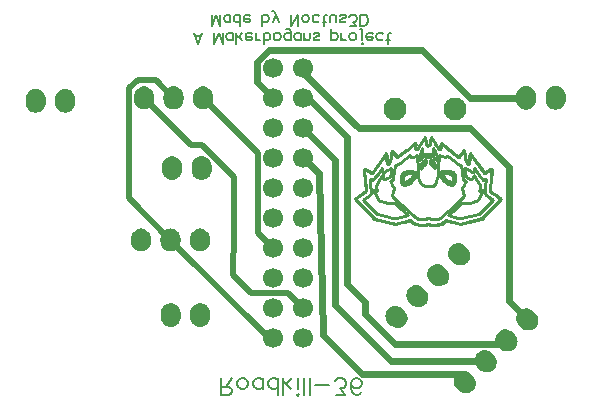
<source format=gbl>
G04 Layer: BottomLayer*
G04 EasyEDA v6.5.22, 2022-11-10 11:50:32*
G04 78093d0df57e497ba92d4915601d0112,b20a208c93c440fcb0453c65c4fa92e7,10*
G04 Gerber Generator version 0.2*
G04 Scale: 100 percent, Rotated: No, Reflected: No *
G04 Dimensions in millimeters *
G04 leading zeros omitted , absolute positions ,4 integer and 5 decimal *
%FSLAX45Y45*%
%MOMM*%

%ADD10C,0.2000*%
%ADD11C,0.5000*%
%ADD12C,0.6000*%
%ADD13C,0.2540*%
%ADD14C,1.9500*%
%ADD15C,0.0158*%
%ADD16C,1.7000*%

%LPD*%
D10*
X-558800Y-14222963D02*
G01*
X-558800Y-14079781D01*
X-558800Y-14222963D02*
G01*
X-497436Y-14222963D01*
X-476981Y-14216146D01*
X-470164Y-14209326D01*
X-463346Y-14195691D01*
X-463346Y-14182054D01*
X-470164Y-14168417D01*
X-476981Y-14161599D01*
X-497436Y-14154782D01*
X-558800Y-14154782D01*
X-511073Y-14154782D02*
G01*
X-463346Y-14079781D01*
X-384253Y-14175237D02*
G01*
X-397891Y-14168417D01*
X-411528Y-14154782D01*
X-418345Y-14134327D01*
X-418345Y-14120690D01*
X-411528Y-14100235D01*
X-397891Y-14086601D01*
X-384253Y-14079781D01*
X-363799Y-14079781D01*
X-350164Y-14086601D01*
X-336527Y-14100235D01*
X-329709Y-14120690D01*
X-329709Y-14134327D01*
X-336527Y-14154782D01*
X-350164Y-14168417D01*
X-363799Y-14175237D01*
X-384253Y-14175237D01*
X-202892Y-14175237D02*
G01*
X-202892Y-14079781D01*
X-202892Y-14154782D02*
G01*
X-216527Y-14168417D01*
X-230164Y-14175237D01*
X-250619Y-14175237D01*
X-264253Y-14168417D01*
X-277891Y-14154782D01*
X-284708Y-14134327D01*
X-284708Y-14120690D01*
X-277891Y-14100235D01*
X-264253Y-14086601D01*
X-250619Y-14079781D01*
X-230164Y-14079781D01*
X-216527Y-14086601D01*
X-202892Y-14100235D01*
X-76073Y-14222963D02*
G01*
X-76073Y-14079781D01*
X-76073Y-14154782D02*
G01*
X-89710Y-14168417D01*
X-103347Y-14175237D01*
X-123799Y-14175237D01*
X-137436Y-14168417D01*
X-151074Y-14154782D01*
X-157891Y-14134327D01*
X-157891Y-14120690D01*
X-151074Y-14100235D01*
X-137436Y-14086601D01*
X-123799Y-14079781D01*
X-103347Y-14079781D01*
X-89710Y-14086601D01*
X-76073Y-14100235D01*
X-31074Y-14222963D02*
G01*
X-31074Y-14079781D01*
X37106Y-14175237D02*
G01*
X-31074Y-14107053D01*
X-3799Y-14134327D02*
G01*
X43926Y-14079781D01*
X88925Y-14222963D02*
G01*
X95745Y-14216146D01*
X102562Y-14222963D01*
X95745Y-14229781D01*
X88925Y-14222963D01*
X95745Y-14175237D02*
G01*
X95745Y-14079781D01*
X147561Y-14222963D02*
G01*
X147561Y-14079781D01*
X192562Y-14222963D02*
G01*
X192562Y-14079781D01*
X237561Y-14141145D02*
G01*
X360288Y-14141145D01*
X418924Y-14222963D02*
G01*
X493925Y-14222963D01*
X453016Y-14168417D01*
X473471Y-14168417D01*
X487105Y-14161599D01*
X493925Y-14154782D01*
X500743Y-14134327D01*
X500743Y-14120690D01*
X493925Y-14100235D01*
X480288Y-14086601D01*
X459833Y-14079781D01*
X439379Y-14079781D01*
X418924Y-14086601D01*
X412107Y-14093418D01*
X405290Y-14107053D01*
X627560Y-14202509D02*
G01*
X620742Y-14216146D01*
X600288Y-14222963D01*
X586651Y-14222963D01*
X566199Y-14216146D01*
X552561Y-14195691D01*
X545744Y-14161599D01*
X545744Y-14127507D01*
X552561Y-14100235D01*
X566199Y-14086601D01*
X586651Y-14079781D01*
X593471Y-14079781D01*
X613925Y-14086601D01*
X627560Y-14100235D01*
X634380Y-14120690D01*
X634380Y-14127507D01*
X627560Y-14147962D01*
X613925Y-14161599D01*
X593471Y-14168417D01*
X586651Y-14168417D01*
X566199Y-14161599D01*
X552561Y-14147962D01*
X545744Y-14127507D01*
X-635000Y-11099109D02*
G01*
X-635000Y-11003653D01*
X-635000Y-11099109D02*
G01*
X-598637Y-11003653D01*
X-562272Y-11099109D02*
G01*
X-598637Y-11003653D01*
X-562272Y-11099109D02*
G01*
X-562272Y-11003653D01*
X-477728Y-11067290D02*
G01*
X-477728Y-11003653D01*
X-477728Y-11053653D02*
G01*
X-486818Y-11062746D01*
X-495909Y-11067290D01*
X-509546Y-11067290D01*
X-518637Y-11062746D01*
X-527728Y-11053653D01*
X-532272Y-11040018D01*
X-532272Y-11030927D01*
X-527728Y-11017290D01*
X-518637Y-11008199D01*
X-509546Y-11003653D01*
X-495909Y-11003653D01*
X-486818Y-11008199D01*
X-477728Y-11017290D01*
X-393181Y-11099109D02*
G01*
X-393181Y-11003653D01*
X-393181Y-11053653D02*
G01*
X-402272Y-11062746D01*
X-411363Y-11067290D01*
X-425000Y-11067290D01*
X-434091Y-11062746D01*
X-443181Y-11053653D01*
X-447728Y-11040018D01*
X-447728Y-11030927D01*
X-443181Y-11017290D01*
X-434091Y-11008199D01*
X-425000Y-11003653D01*
X-411363Y-11003653D01*
X-402272Y-11008199D01*
X-393181Y-11017290D01*
X-363181Y-11040018D02*
G01*
X-308637Y-11040018D01*
X-308637Y-11049109D01*
X-313182Y-11058199D01*
X-317728Y-11062746D01*
X-326819Y-11067290D01*
X-340453Y-11067290D01*
X-349547Y-11062746D01*
X-358637Y-11053653D01*
X-363181Y-11040018D01*
X-363181Y-11030927D01*
X-358637Y-11017290D01*
X-349547Y-11008199D01*
X-340453Y-11003653D01*
X-326819Y-11003653D01*
X-317728Y-11008199D01*
X-308637Y-11017290D01*
X-208638Y-11099109D02*
G01*
X-208638Y-11003653D01*
X-208638Y-11053653D02*
G01*
X-199547Y-11062746D01*
X-190454Y-11067290D01*
X-176819Y-11067290D01*
X-167728Y-11062746D01*
X-158638Y-11053653D01*
X-154091Y-11040018D01*
X-154091Y-11030927D01*
X-158638Y-11017290D01*
X-167728Y-11008199D01*
X-176819Y-11003653D01*
X-190454Y-11003653D01*
X-199547Y-11008199D01*
X-208638Y-11017290D01*
X-119547Y-11067290D02*
G01*
X-92273Y-11003653D01*
X-65001Y-11067290D02*
G01*
X-92273Y-11003653D01*
X-101363Y-10985472D01*
X-110454Y-10976381D01*
X-119547Y-10971837D01*
X-124091Y-10971837D01*
X34998Y-11099109D02*
G01*
X34998Y-11003653D01*
X34998Y-11099109D02*
G01*
X98635Y-11003653D01*
X98635Y-11099109D02*
G01*
X98635Y-11003653D01*
X151361Y-11067290D02*
G01*
X142270Y-11062746D01*
X133179Y-11053653D01*
X128635Y-11040018D01*
X128635Y-11030927D01*
X133179Y-11017290D01*
X142270Y-11008199D01*
X151361Y-11003653D01*
X164998Y-11003653D01*
X174089Y-11008199D01*
X183179Y-11017290D01*
X187726Y-11030927D01*
X187726Y-11040018D01*
X183179Y-11053653D01*
X174089Y-11062746D01*
X164998Y-11067290D01*
X151361Y-11067290D01*
X272270Y-11053653D02*
G01*
X263179Y-11062746D01*
X254088Y-11067290D01*
X240451Y-11067290D01*
X231360Y-11062746D01*
X222270Y-11053653D01*
X217726Y-11040018D01*
X217726Y-11030927D01*
X222270Y-11017290D01*
X231360Y-11008199D01*
X240451Y-11003653D01*
X254088Y-11003653D01*
X263179Y-11008199D01*
X272270Y-11017290D01*
X315907Y-11099109D02*
G01*
X315907Y-11021837D01*
X320451Y-11008199D01*
X329544Y-11003653D01*
X338635Y-11003653D01*
X302270Y-11067290D02*
G01*
X334088Y-11067290D01*
X368635Y-11067290D02*
G01*
X368635Y-11021837D01*
X373179Y-11008199D01*
X382270Y-11003653D01*
X395907Y-11003653D01*
X404997Y-11008199D01*
X418635Y-11021837D01*
X418635Y-11067290D02*
G01*
X418635Y-11003653D01*
X498635Y-11053653D02*
G01*
X494088Y-11062746D01*
X480451Y-11067290D01*
X466816Y-11067290D01*
X453179Y-11062746D01*
X448635Y-11053653D01*
X453179Y-11044562D01*
X462269Y-11040018D01*
X484997Y-11035471D01*
X494088Y-11030927D01*
X498635Y-11021837D01*
X498635Y-11017290D01*
X494088Y-11008199D01*
X480451Y-11003653D01*
X466816Y-11003653D01*
X453179Y-11008199D01*
X448635Y-11017290D01*
X537725Y-11099109D02*
G01*
X587725Y-11099109D01*
X560451Y-11062746D01*
X574088Y-11062746D01*
X583178Y-11058199D01*
X587725Y-11053653D01*
X592269Y-11040018D01*
X592269Y-11030927D01*
X587725Y-11017290D01*
X578634Y-11008199D01*
X564997Y-11003653D01*
X551360Y-11003653D01*
X537725Y-11008199D01*
X533179Y-11012746D01*
X528634Y-11021837D01*
X622269Y-11099109D02*
G01*
X622269Y-11003653D01*
X622269Y-11099109D02*
G01*
X654088Y-11099109D01*
X667725Y-11094562D01*
X676816Y-11085471D01*
X681360Y-11076381D01*
X685906Y-11062746D01*
X685906Y-11040018D01*
X681360Y-11026381D01*
X676816Y-11017290D01*
X667725Y-11008199D01*
X654088Y-11003653D01*
X622269Y-11003653D01*
X-751037Y-11251509D02*
G01*
X-787400Y-11156053D01*
X-751037Y-11251509D02*
G01*
X-714672Y-11156053D01*
X-773762Y-11187871D02*
G01*
X-728309Y-11187871D01*
X-614672Y-11251509D02*
G01*
X-614672Y-11156053D01*
X-614672Y-11251509D02*
G01*
X-578309Y-11156053D01*
X-541947Y-11251509D02*
G01*
X-578309Y-11156053D01*
X-541947Y-11251509D02*
G01*
X-541947Y-11156053D01*
X-457400Y-11219690D02*
G01*
X-457400Y-11156053D01*
X-457400Y-11206053D02*
G01*
X-466491Y-11215146D01*
X-475581Y-11219690D01*
X-489219Y-11219690D01*
X-498309Y-11215146D01*
X-507400Y-11206053D01*
X-511947Y-11192418D01*
X-511947Y-11183327D01*
X-507400Y-11169690D01*
X-498309Y-11160599D01*
X-489219Y-11156053D01*
X-475581Y-11156053D01*
X-466491Y-11160599D01*
X-457400Y-11169690D01*
X-427400Y-11251509D02*
G01*
X-427400Y-11156053D01*
X-381947Y-11219690D02*
G01*
X-427400Y-11174237D01*
X-409219Y-11192418D02*
G01*
X-377400Y-11156053D01*
X-347400Y-11192418D02*
G01*
X-292854Y-11192418D01*
X-292854Y-11201509D01*
X-297400Y-11210599D01*
X-301947Y-11215146D01*
X-311038Y-11219690D01*
X-324672Y-11219690D01*
X-333763Y-11215146D01*
X-342854Y-11206053D01*
X-347400Y-11192418D01*
X-347400Y-11183327D01*
X-342854Y-11169690D01*
X-333763Y-11160599D01*
X-324672Y-11156053D01*
X-311038Y-11156053D01*
X-301947Y-11160599D01*
X-292854Y-11169690D01*
X-262854Y-11219690D02*
G01*
X-262854Y-11156053D01*
X-262854Y-11192418D02*
G01*
X-258310Y-11206053D01*
X-249219Y-11215146D01*
X-240129Y-11219690D01*
X-226491Y-11219690D01*
X-196491Y-11251509D02*
G01*
X-196491Y-11156053D01*
X-196491Y-11206053D02*
G01*
X-187401Y-11215146D01*
X-178310Y-11219690D01*
X-164673Y-11219690D01*
X-155582Y-11215146D01*
X-146491Y-11206053D01*
X-141947Y-11192418D01*
X-141947Y-11183327D01*
X-146491Y-11169690D01*
X-155582Y-11160599D01*
X-164673Y-11156053D01*
X-178310Y-11156053D01*
X-187401Y-11160599D01*
X-196491Y-11169690D01*
X-89220Y-11219690D02*
G01*
X-98310Y-11215146D01*
X-107401Y-11206053D01*
X-111947Y-11192418D01*
X-111947Y-11183327D01*
X-107401Y-11169690D01*
X-98310Y-11160599D01*
X-89220Y-11156053D01*
X-75582Y-11156053D01*
X-66492Y-11160599D01*
X-57401Y-11169690D01*
X-52854Y-11183327D01*
X-52854Y-11192418D01*
X-57401Y-11206053D01*
X-66492Y-11215146D01*
X-75582Y-11219690D01*
X-89220Y-11219690D01*
X31689Y-11219690D02*
G01*
X31689Y-11146962D01*
X27144Y-11133328D01*
X22598Y-11128781D01*
X13507Y-11124237D01*
X-129Y-11124237D01*
X-9220Y-11128781D01*
X31689Y-11206053D02*
G01*
X22598Y-11215146D01*
X13507Y-11219690D01*
X-129Y-11219690D01*
X-9220Y-11215146D01*
X-18310Y-11206053D01*
X-22854Y-11192418D01*
X-22854Y-11183327D01*
X-18310Y-11169690D01*
X-9220Y-11160599D01*
X-129Y-11156053D01*
X13507Y-11156053D01*
X22598Y-11160599D01*
X31689Y-11169690D01*
X116235Y-11219690D02*
G01*
X116235Y-11156053D01*
X116235Y-11206053D02*
G01*
X107144Y-11215146D01*
X98051Y-11219690D01*
X84416Y-11219690D01*
X75326Y-11215146D01*
X66235Y-11206053D01*
X61688Y-11192418D01*
X61688Y-11183327D01*
X66235Y-11169690D01*
X75326Y-11160599D01*
X84416Y-11156053D01*
X98051Y-11156053D01*
X107144Y-11160599D01*
X116235Y-11169690D01*
X146235Y-11219690D02*
G01*
X146235Y-11156053D01*
X146235Y-11201509D02*
G01*
X159870Y-11215146D01*
X168960Y-11219690D01*
X182598Y-11219690D01*
X191688Y-11215146D01*
X196235Y-11201509D01*
X196235Y-11156053D01*
X276235Y-11206053D02*
G01*
X271688Y-11215146D01*
X258051Y-11219690D01*
X244416Y-11219690D01*
X230779Y-11215146D01*
X226235Y-11206053D01*
X230779Y-11196962D01*
X239869Y-11192418D01*
X262597Y-11187871D01*
X271688Y-11183327D01*
X276235Y-11174237D01*
X276235Y-11169690D01*
X271688Y-11160599D01*
X258051Y-11156053D01*
X244416Y-11156053D01*
X230779Y-11160599D01*
X226235Y-11169690D01*
X376234Y-11219690D02*
G01*
X376234Y-11124237D01*
X376234Y-11206053D02*
G01*
X385325Y-11215146D01*
X394416Y-11219690D01*
X408051Y-11219690D01*
X417144Y-11215146D01*
X426234Y-11206053D01*
X430778Y-11192418D01*
X430778Y-11183327D01*
X426234Y-11169690D01*
X417144Y-11160599D01*
X408051Y-11156053D01*
X394416Y-11156053D01*
X385325Y-11160599D01*
X376234Y-11169690D01*
X460778Y-11219690D02*
G01*
X460778Y-11156053D01*
X460778Y-11192418D02*
G01*
X465325Y-11206053D01*
X474416Y-11215146D01*
X483506Y-11219690D01*
X497144Y-11219690D01*
X549869Y-11219690D02*
G01*
X540778Y-11215146D01*
X531688Y-11206053D01*
X527143Y-11192418D01*
X527143Y-11183327D01*
X531688Y-11169690D01*
X540778Y-11160599D01*
X549869Y-11156053D01*
X563506Y-11156053D01*
X572597Y-11160599D01*
X581687Y-11169690D01*
X586234Y-11183327D01*
X586234Y-11192418D01*
X581687Y-11206053D01*
X572597Y-11215146D01*
X563506Y-11219690D01*
X549869Y-11219690D01*
X634415Y-11251509D02*
G01*
X638959Y-11246962D01*
X643506Y-11251509D01*
X638959Y-11256053D01*
X634415Y-11251509D01*
X638959Y-11219690D02*
G01*
X638959Y-11142418D01*
X634415Y-11128781D01*
X625325Y-11124237D01*
X616234Y-11124237D01*
X673506Y-11192418D02*
G01*
X728050Y-11192418D01*
X728050Y-11201509D01*
X723506Y-11210599D01*
X718959Y-11215146D01*
X709869Y-11219690D01*
X696234Y-11219690D01*
X687143Y-11215146D01*
X678050Y-11206053D01*
X673506Y-11192418D01*
X673506Y-11183327D01*
X678050Y-11169690D01*
X687143Y-11160599D01*
X696234Y-11156053D01*
X709869Y-11156053D01*
X718959Y-11160599D01*
X728050Y-11169690D01*
X812596Y-11206053D02*
G01*
X803506Y-11215146D01*
X794415Y-11219690D01*
X780778Y-11219690D01*
X771687Y-11215146D01*
X762596Y-11206053D01*
X758050Y-11192418D01*
X758050Y-11183327D01*
X762596Y-11169690D01*
X771687Y-11160599D01*
X780778Y-11156053D01*
X794415Y-11156053D01*
X803506Y-11160599D01*
X812596Y-11169690D01*
X856234Y-11251509D02*
G01*
X856234Y-11174237D01*
X860778Y-11160599D01*
X869868Y-11156053D01*
X878959Y-11156053D01*
X842596Y-11219690D02*
G01*
X874415Y-11219690D01*
D11*
X-1209829Y-11706936D02*
G01*
X-807697Y-12109069D01*
X-715063Y-12109069D01*
X-450319Y-12373813D01*
X-450319Y-12832054D01*
X-457200Y-13208000D01*
X-304800Y-13360400D01*
X12621Y-13360400D01*
X139595Y-13487374D01*
D12*
X2024380Y-11706860D02*
G01*
X1551940Y-11706860D01*
X1148080Y-11303000D01*
X-152400Y-11303000D01*
X-254000Y-11404600D01*
X-254000Y-11569700D01*
X-114300Y-11709400D01*
X1505684Y-14114043D02*
G01*
X1505684Y-14046200D01*
X635000Y-14046200D01*
X304800Y-13716000D01*
X268348Y-12346127D01*
X139595Y-12217374D01*
X1682468Y-13937259D02*
G01*
X881659Y-13937259D01*
X406400Y-13462000D01*
X406400Y-12230176D01*
X139595Y-11963374D01*
X139585Y-11709400D02*
G01*
X177800Y-11709400D01*
X508000Y-12039600D01*
X508000Y-13284200D01*
X660400Y-13436600D01*
X660400Y-13538200D01*
X914400Y-13792200D01*
X1827535Y-13792200D01*
X1859257Y-13760475D01*
X139585Y-11455400D02*
G01*
X139585Y-11493398D01*
X609600Y-11963400D01*
X1549400Y-11963400D01*
X1879600Y-12293600D01*
X1879600Y-13427278D01*
X2036025Y-13583716D01*
D11*
X-959817Y-11706948D02*
G01*
X-1110592Y-11556174D01*
X-1263931Y-11556174D01*
X-1336194Y-11628437D01*
X-1336194Y-12559372D01*
X-985217Y-12910350D01*
X-985217Y-12910350D02*
G01*
X-154180Y-13741387D01*
X-114404Y-13741387D01*
X-709830Y-11706948D02*
G01*
X-243004Y-12173775D01*
X-243004Y-12850787D01*
X-114404Y-12979387D01*
D13*
X1265250Y-12781226D02*
G01*
X1277160Y-12778790D01*
X1290132Y-12777343D01*
X1290368Y-12777330D02*
G01*
X1297693Y-12776194D01*
X1306012Y-12773108D01*
X1314076Y-12768541D01*
X1322915Y-12762036D01*
X1323279Y-12761739D02*
G01*
X1331107Y-12755900D01*
X1339037Y-12750749D01*
X1344863Y-12747703D01*
X1348709Y-12746586D01*
X1348828Y-12746583D02*
G01*
X1411117Y-12759786D01*
X1412052Y-12760007D02*
G01*
X1468780Y-12773431D01*
X1648490Y-12727531D01*
X1811746Y-12561242D01*
X1719943Y-12499751D01*
X1719943Y-12478966D01*
X1719943Y-12478966D02*
G01*
X1725914Y-12386218D01*
X1726003Y-12384996D02*
G01*
X1729602Y-12335924D01*
X1730359Y-12309683D01*
X1730334Y-12309647D02*
G01*
X1729933Y-12309426D01*
X1729473Y-12309375D01*
X1727903Y-12309726D01*
X1725645Y-12310803D01*
X1723496Y-12312180D01*
X1723407Y-12312246D02*
G01*
X1710702Y-12320168D01*
X1693928Y-12329779D01*
X1693527Y-12330000D02*
G01*
X1668843Y-12343856D01*
X1641129Y-12306183D01*
X1641129Y-12306183D02*
G01*
X1581472Y-12224217D01*
X1580936Y-12223473D02*
G01*
X1559511Y-12194898D01*
X1553283Y-12188416D01*
X1549196Y-12186201D01*
X1547522Y-12186498D01*
X1546189Y-12187854D01*
X1544482Y-12193104D01*
X1543446Y-12202909D01*
X1542854Y-12221154D01*
X1542829Y-12222607D02*
G01*
X1541947Y-12240237D01*
X1540050Y-12253582D01*
X1537185Y-12262500D01*
X1535402Y-12264981D01*
X1533458Y-12265906D01*
X1533301Y-12265911D02*
G01*
X1531066Y-12265253D01*
X1528267Y-12263638D01*
X1525094Y-12261273D01*
X1521739Y-12258245D01*
X1521609Y-12258116D02*
G01*
X1517647Y-12252086D01*
X1514292Y-12242058D01*
X1511261Y-12227026D01*
X1507883Y-12202878D01*
X1507754Y-12201819D02*
G01*
X1503065Y-12166981D01*
X1501040Y-12156833D01*
X1499577Y-12153325D01*
X1499524Y-12153320D02*
G01*
X1491460Y-12161873D01*
X1475638Y-12181014D01*
X1475275Y-12181469D02*
G01*
X1460342Y-12200130D01*
X1454068Y-12207057D01*
X1451066Y-12209612D01*
X1451025Y-12209614D02*
G01*
X1376448Y-12152114D01*
X1375242Y-12151154D02*
G01*
X1302059Y-12092261D01*
X1300759Y-12118677D01*
X1300759Y-12118677D02*
G01*
X1299832Y-12130420D01*
X1298125Y-12138433D01*
X1295656Y-12142381D01*
X1293870Y-12143127D01*
X1291737Y-12142856D01*
X1286294Y-12139190D01*
X1278376Y-12130392D01*
X1253840Y-12095312D01*
X1252692Y-12093562D02*
G01*
X1229050Y-12059338D01*
X1221879Y-12050141D01*
X1218526Y-12047194D01*
X1218483Y-12047225D02*
G01*
X1215654Y-12056628D01*
X1211633Y-12077923D01*
X1211554Y-12078403D02*
G01*
X1208506Y-12094420D01*
X1205600Y-12103033D01*
X1204135Y-12105342D01*
X1202039Y-12107400D01*
X1199469Y-12108901D01*
X1195407Y-12110359D01*
X1195097Y-12110450D02*
G01*
X1189685Y-12111558D01*
X1186390Y-12111530D01*
X1183838Y-12110359D01*
X1182151Y-12108284D01*
X1180508Y-12104207D01*
X1179118Y-12098106D01*
X1176174Y-12076468D01*
X1176045Y-12075373D02*
G01*
X1173192Y-12057095D01*
X1171600Y-12050344D01*
X1170454Y-12047687D01*
X1170416Y-12047659D02*
G01*
X1167384Y-12049887D01*
X1160365Y-12058474D01*
X1135872Y-12093204D01*
X1135339Y-12093994D02*
G01*
X1110007Y-12128637D01*
X1100325Y-12139731D01*
X1095199Y-12143760D01*
X1095067Y-12143793D02*
G01*
X1092370Y-12144085D01*
X1090645Y-12143785D01*
X1089413Y-12142774D01*
X1088626Y-12140869D01*
X1088169Y-12134024D01*
X1088953Y-12119818D01*
X1089004Y-12119109D02*
G01*
X1089779Y-12101258D01*
X1089416Y-12095081D01*
X1088610Y-12092698D01*
X1088570Y-12092696D02*
G01*
X1013564Y-12150196D01*
X1012357Y-12151154D02*
G01*
X936203Y-12209607D01*
X936142Y-12209614D02*
G01*
X933742Y-12207577D01*
X928598Y-12201690D01*
X913107Y-12181933D01*
X912756Y-12181469D02*
G01*
X904280Y-12170892D01*
X896896Y-12162467D01*
X891557Y-12157196D01*
X889746Y-12155835D01*
X888563Y-12155464D01*
X888507Y-12155484D02*
G01*
X884803Y-12170107D01*
X879518Y-12204926D01*
X879414Y-12205718D02*
G01*
X876066Y-12232147D01*
X873079Y-12246803D01*
X869421Y-12255098D01*
X864082Y-12260112D01*
X863823Y-12260280D02*
G01*
X859934Y-12262612D01*
X855705Y-12264341D01*
X852619Y-12264847D01*
X851570Y-12264682D01*
X850874Y-12264229D01*
X850833Y-12264179D02*
G01*
X849480Y-12260193D01*
X848126Y-12251133D01*
X846096Y-12224095D01*
X846068Y-12223473D02*
G01*
X843970Y-12197082D01*
X842413Y-12186973D01*
X840925Y-12181972D01*
X840872Y-12181900D02*
G01*
X839985Y-12181514D01*
X838906Y-12181586D01*
X837775Y-12182020D01*
X836294Y-12182962D01*
X833155Y-12185929D01*
X829744Y-12190366D01*
X829614Y-12190562D02*
G01*
X771131Y-12272535D01*
X770288Y-12273704D02*
G01*
X718756Y-12343856D01*
X694507Y-12330432D01*
X694507Y-12330432D02*
G01*
X664286Y-12312312D01*
X664192Y-12312246D02*
G01*
X661954Y-12310803D01*
X659917Y-12309810D01*
X658233Y-12309381D01*
X657666Y-12309426D01*
X657291Y-12309622D01*
X657265Y-12309647D02*
G01*
X662358Y-12399540D01*
X662459Y-12401019D02*
G01*
X666109Y-12464133D01*
X666396Y-12496617D01*
X666358Y-12496721D02*
G01*
X662277Y-12501153D01*
X652790Y-12508844D01*
X620750Y-12531735D01*
X620024Y-12532230D02*
G01*
X575853Y-12561676D01*
X744306Y-12730129D01*
X920120Y-12772999D01*
X976848Y-12760007D01*
X976848Y-12760007D02*
G01*
X1039106Y-12746586D01*
X1039205Y-12746583D02*
G01*
X1042682Y-12747635D01*
X1048786Y-12750805D01*
X1056380Y-12755557D01*
X1063576Y-12760639D01*
X1063889Y-12760873D02*
G01*
X1074877Y-12768493D01*
X1085697Y-12773581D01*
X1099766Y-12777424D01*
X1119253Y-12780665D01*
X1120183Y-12780794D02*
G01*
X1139263Y-12783479D01*
X1153126Y-12784416D01*
X1164374Y-12783779D01*
X1175603Y-12781356D01*
X1176045Y-12781226D02*
G01*
X1185674Y-12779027D01*
X1193952Y-12778254D01*
X1201978Y-12778755D01*
X1211178Y-12780690D01*
X1211554Y-12780794D02*
G01*
X1225791Y-12783784D01*
X1239702Y-12784907D01*
X1253477Y-12784007D01*
X1264782Y-12781381D01*
X1363550Y-12412710D02*
G01*
X1357538Y-12408974D01*
X1349138Y-12401793D01*
X1339253Y-12391885D01*
X1330139Y-12381539D01*
X1329773Y-12381097D02*
G01*
X1308554Y-12354684D01*
X1320246Y-12349487D01*
X1320246Y-12349487D02*
G01*
X1329717Y-12346343D01*
X1340076Y-12344659D01*
X1362659Y-12345494D01*
X1383449Y-12351636D01*
X1392280Y-12356698D01*
X1398623Y-12362395D01*
X1399059Y-12362911D02*
G01*
X1401427Y-12367069D01*
X1403220Y-12372718D01*
X1405069Y-12388082D01*
X1404114Y-12403650D01*
X1400566Y-12415779D01*
X1400360Y-12416175D02*
G01*
X1398503Y-12419251D01*
X1397086Y-12421102D01*
X1395524Y-12422522D01*
X1394109Y-12423261D01*
X1392547Y-12423594D01*
X1390609Y-12423510D01*
X1388143Y-12422911D01*
X1385448Y-12421908D01*
X1385204Y-12421803D02*
G01*
X1363746Y-12412789D01*
X983775Y-12404483D02*
G01*
X981875Y-12392535D01*
X982606Y-12381456D01*
X985794Y-12371435D01*
X991814Y-12361999D01*
X1000290Y-12354278D01*
X1010099Y-12348888D01*
X1022667Y-12345156D01*
X1035875Y-12343866D01*
X1037038Y-12343856D02*
G01*
X1053904Y-12345614D01*
X1062578Y-12347831D01*
X1069941Y-12350610D01*
X1075436Y-12353696D01*
X1078631Y-12357064D01*
X1078608Y-12359754D01*
X1075959Y-12361875D01*
X1075580Y-12362045D02*
G01*
X1072865Y-12364435D01*
X1067940Y-12369739D01*
X1055933Y-12384211D01*
X1055659Y-12384562D02*
G01*
X1040831Y-12399187D01*
X1020853Y-12413467D01*
X1002985Y-12422441D01*
X995923Y-12424194D01*
X991839Y-12423683D01*
X991570Y-12423536D02*
G01*
X989987Y-12421351D01*
X987912Y-12416889D01*
X983853Y-12404768D01*
X1244465Y-12292324D02*
G01*
X1241638Y-12286663D01*
X1237617Y-12281331D01*
X1232408Y-12276310D01*
X1227350Y-12272944D01*
X1227145Y-12272838D02*
G01*
X1218638Y-12267392D01*
X1215377Y-12264255D01*
X1213015Y-12261093D01*
X1211234Y-12257610D01*
X1209989Y-12253752D01*
X1208958Y-12244252D01*
X1208956Y-12243826D02*
G01*
X1209042Y-12239805D01*
X1209421Y-12237773D01*
X1210315Y-12236571D01*
X1211607Y-12236193D01*
X1213772Y-12236422D01*
X1216875Y-12237316D01*
X1229545Y-12242269D01*
X1230175Y-12242525D02*
G01*
X1239324Y-12246810D01*
X1242395Y-12248954D01*
X1244899Y-12251402D01*
X1246797Y-12254039D01*
X1248544Y-12257476D01*
X1251709Y-12267598D01*
X1251826Y-12268075D02*
G01*
X1254975Y-12282962D01*
X1256309Y-12294702D01*
X1255613Y-12302157D01*
X1254546Y-12304082D01*
X1252847Y-12304880D01*
X1252692Y-12304885D02*
G01*
X1251844Y-12304649D01*
X1250883Y-12303970D01*
X1248669Y-12301339D01*
X1246444Y-12297389D01*
X1244531Y-12292533D01*
X1137071Y-12263313D02*
G01*
X1138547Y-12259477D01*
X1140759Y-12255784D01*
X1143657Y-12252266D01*
X1147518Y-12248690D01*
X1156809Y-12242642D01*
X1168191Y-12237920D01*
X1168684Y-12237763D02*
G01*
X1171374Y-12237135D01*
X1173711Y-12236823D01*
X1175390Y-12236891D01*
X1176660Y-12237331D01*
X1177632Y-12238245D01*
X1178171Y-12239401D01*
X1178511Y-12241080D01*
X1178643Y-12243620D01*
X1178643Y-12243826D02*
G01*
X1178392Y-12249081D01*
X1177610Y-12253752D01*
X1176365Y-12257610D01*
X1174584Y-12261093D01*
X1172222Y-12264255D01*
X1169238Y-12267161D01*
X1160856Y-12272632D01*
X1160454Y-12272838D02*
G01*
X1155123Y-12276566D01*
X1149761Y-12281771D01*
X1145448Y-12287509D01*
X1142781Y-12292957D01*
X1142700Y-12293191D02*
G01*
X1137505Y-12307049D01*
X1136205Y-12290160D01*
X1136205Y-12290160D02*
G01*
X1135816Y-12275405D01*
X1136241Y-12268603D01*
X1137033Y-12263470D01*
X1117584Y-12203551D02*
G01*
X1125192Y-12179495D01*
X1135131Y-12157163D01*
X1135339Y-12156785D02*
G01*
X1148331Y-12133834D01*
X1148331Y-12176272D01*
X1148331Y-12176272D02*
G01*
X1148059Y-12196536D01*
X1147191Y-12209061D01*
X1145494Y-12216107D01*
X1144346Y-12217679D01*
X1142829Y-12218273D01*
X1142700Y-12218276D02*
G01*
X1139817Y-12218908D01*
X1136246Y-12220727D01*
X1132497Y-12223450D01*
X1128974Y-12226795D01*
X1128844Y-12226937D02*
G01*
X1124544Y-12231044D01*
X1120752Y-12233208D01*
X1118067Y-12233168D01*
X1116190Y-12231240D01*
X1115080Y-12227100D01*
X1114933Y-12221456D01*
X1115644Y-12214131D01*
X1117406Y-12204379D01*
X1252260Y-12222172D02*
G01*
X1244577Y-12215380D01*
X1241435Y-12208748D01*
X1240017Y-12197199D01*
X1239702Y-12174385D01*
X1239702Y-12173239D02*
G01*
X1239268Y-12133834D01*
X1252260Y-12156351D01*
X1252260Y-12156351D02*
G01*
X1263342Y-12179833D01*
X1271102Y-12204275D01*
X1273695Y-12223823D01*
X1272448Y-12229442D01*
X1269888Y-12231253D01*
X1269580Y-12231268D02*
G01*
X1267038Y-12230628D01*
X1263286Y-12228898D01*
X1258150Y-12225987D01*
X1252468Y-12222317D01*
X1166952Y-12203120D02*
G01*
X1167465Y-12201860D01*
X1167767Y-12200592D01*
X1167871Y-12199452D01*
X1167780Y-12198073D01*
X1167457Y-12196815D01*
X1167053Y-12195947D01*
X1166482Y-12195149D01*
X1165717Y-12194499D01*
X1165651Y-12194458D02*
G01*
X1162334Y-12191913D01*
X1161166Y-12189843D01*
X1161803Y-12188057D01*
X1164231Y-12186559D01*
X1168869Y-12185274D01*
X1174988Y-12184407D01*
X1193342Y-12183633D01*
X1194231Y-12183633D02*
G01*
X1211661Y-12183884D01*
X1220492Y-12184766D01*
X1223088Y-12185583D01*
X1224539Y-12186701D01*
X1225024Y-12188169D01*
X1224607Y-12190382D01*
X1224546Y-12190562D02*
G01*
X1222758Y-12197219D01*
X1222187Y-12200481D01*
X1221948Y-12203447D01*
X1221948Y-12203551D02*
G01*
X1221686Y-12205002D01*
X1220642Y-12206414D01*
X1216296Y-12208258D01*
X1207838Y-12209289D01*
X1194010Y-12209614D01*
X1193365Y-12209614D02*
G01*
X1178689Y-12209307D01*
X1170741Y-12208316D01*
X1168455Y-12207499D01*
X1167208Y-12206528D01*
X1166652Y-12205202D01*
X1166901Y-12203275D01*
X1280007Y-12781107D02*
G01*
X1303685Y-12775869D01*
X1311661Y-12773538D01*
X1314879Y-12771993D01*
X1314922Y-12771940D02*
G01*
X1321005Y-12765595D01*
X1330413Y-12756860D01*
X1330634Y-12756664D02*
G01*
X1344165Y-12744444D01*
X1469864Y-12774559D01*
X1650121Y-12730914D01*
X1729993Y-12648422D01*
X1729993Y-12648422D02*
G01*
X1811149Y-12562504D01*
X1811174Y-12562441D02*
G01*
X1808223Y-12559154D01*
X1798627Y-12551747D01*
X1767837Y-12531051D01*
X1767093Y-12530579D02*
G01*
X1722137Y-12501773D01*
X1723882Y-12478204D01*
X1723882Y-12478204D02*
G01*
X1730786Y-12385098D01*
X1730865Y-12383930D02*
G01*
X1733971Y-12336000D01*
X1734383Y-12312797D01*
X1734357Y-12312789D02*
G01*
X1705137Y-12327816D01*
X1704677Y-12328065D02*
G01*
X1683445Y-12339142D01*
X1673745Y-12343338D01*
X1673689Y-12343340D02*
G01*
X1670723Y-12340899D01*
X1665284Y-12334615D01*
X1649166Y-12313285D01*
X1648813Y-12312789D02*
G01*
X1590070Y-12230729D01*
X1589453Y-12229861D02*
G01*
X1551919Y-12177923D01*
X1548864Y-12200618D01*
X1548864Y-12200618D02*
G01*
X1547004Y-12223589D01*
X1546245Y-12243061D01*
X1546245Y-12243391D02*
G01*
X1545610Y-12258230D01*
X1544701Y-12262424D01*
X1543245Y-12265106D01*
X1541127Y-12266391D01*
X1538511Y-12266444D01*
X1534462Y-12265248D01*
X1529242Y-12262827D01*
X1528787Y-12262596D02*
G01*
X1522051Y-12257900D01*
X1518371Y-12251446D01*
X1515290Y-12238583D01*
X1511498Y-12212777D01*
X1511327Y-12211530D02*
G01*
X1506664Y-12179096D01*
X1502653Y-12160575D01*
X1502600Y-12160465D02*
G01*
X1501236Y-12159569D01*
X1498379Y-12160625D01*
X1488904Y-12169358D01*
X1475531Y-12185690D01*
X1459260Y-12208266D01*
X1458516Y-12209348D02*
G01*
X1451254Y-12206053D01*
X1433802Y-12194125D01*
X1379913Y-12152754D01*
X1378645Y-12151735D02*
G01*
X1301828Y-12090196D01*
X1301828Y-12116384D01*
X1301828Y-12116384D02*
G01*
X1301297Y-12130039D01*
X1299707Y-12138411D01*
X1297139Y-12142426D01*
X1295227Y-12143112D01*
X1292923Y-12142724D01*
X1286454Y-12138126D01*
X1278498Y-12129231D01*
X1253693Y-12094169D01*
X1252509Y-12092378D02*
G01*
X1219776Y-12042185D01*
X1214975Y-12069683D01*
X1214975Y-12069683D02*
G01*
X1211539Y-12091715D01*
X1210175Y-12104055D01*
X1210172Y-12104161D02*
G01*
X1209969Y-12105881D01*
X1209403Y-12107204D01*
X1208450Y-12108281D01*
X1207086Y-12109122D01*
X1205293Y-12109737D01*
X1202837Y-12110156D01*
X1196507Y-12110285D01*
X1196207Y-12110272D02*
G01*
X1186682Y-12109048D01*
X1184104Y-12107075D01*
X1182349Y-12104108D01*
X1179065Y-12092292D01*
X1173347Y-12059927D01*
X1173076Y-12058335D02*
G01*
X1170457Y-12041748D01*
X1137285Y-12092378D01*
X1137285Y-12092378D02*
G01*
X1122319Y-12114578D01*
X1110556Y-12130336D01*
X1102207Y-12139358D01*
X1096459Y-12143018D01*
X1092949Y-12142729D01*
X1090086Y-12138472D01*
X1088496Y-12130059D01*
X1087968Y-12117600D01*
X1087965Y-12116384D02*
G01*
X1087965Y-12090196D01*
X1013333Y-12149990D01*
X1013333Y-12149990D02*
G01*
X958918Y-12193137D01*
X935705Y-12209790D01*
X935642Y-12209785D02*
G01*
X932746Y-12207306D01*
X927021Y-12200900D01*
X911131Y-12181027D01*
X910765Y-12180542D02*
G01*
X894577Y-12160839D01*
X890739Y-12158228D01*
X888083Y-12158774D01*
X885781Y-12162881D01*
X883828Y-12170968D01*
X878288Y-12211677D01*
X878029Y-12213711D02*
G01*
X874717Y-12238718D01*
X872109Y-12250524D01*
X868192Y-12257722D01*
X861347Y-12262426D01*
X861009Y-12262596D02*
G01*
X856361Y-12264727D01*
X851949Y-12266107D01*
X848537Y-12266584D01*
X847082Y-12266467D01*
X846223Y-12266127D01*
X846167Y-12266086D02*
G01*
X845207Y-12262807D01*
X844339Y-12255893D01*
X843551Y-12237278D01*
X843549Y-12236846D02*
G01*
X842761Y-12213633D01*
X840971Y-12194336D01*
X840930Y-12194072D02*
G01*
X838311Y-12177923D01*
X802960Y-12226805D01*
X802960Y-12226805D02*
G01*
X744435Y-12307882D01*
X744037Y-12308423D02*
G01*
X725840Y-12332558D01*
X717047Y-12342436D01*
X716978Y-12342467D02*
G01*
X713465Y-12341814D01*
X706577Y-12339022D01*
X685165Y-12328326D01*
X684679Y-12328065D02*
G01*
X655873Y-12311915D01*
X655873Y-12328936D01*
X655873Y-12328936D02*
G01*
X662315Y-12420645D01*
X662421Y-12421903D02*
G01*
X668530Y-12498283D01*
X658055Y-12507010D01*
X658055Y-12507010D02*
G01*
X637768Y-12521364D01*
X613242Y-12537208D01*
X612665Y-12537564D02*
G01*
X588276Y-12553876D01*
X580859Y-12559517D01*
X578612Y-12561963D01*
X578622Y-12562004D02*
G01*
X658906Y-12646614D01*
X660237Y-12647988D02*
G01*
X740984Y-12730914D01*
X919058Y-12774996D01*
X1045629Y-12744444D01*
X1056977Y-12754919D01*
X1056977Y-12754919D02*
G01*
X1070546Y-12766304D01*
X1081636Y-12772867D01*
X1094760Y-12777226D01*
X1117003Y-12781785D01*
X1118082Y-12781978D02*
G01*
X1138758Y-12785758D01*
X1151221Y-12786888D01*
X1161770Y-12785849D01*
X1174262Y-12782174D01*
X1174821Y-12781978D02*
G01*
X1187317Y-12778366D01*
X1195280Y-12777396D01*
X1202542Y-12778282D01*
X1213606Y-12781798D01*
X1214102Y-12781978D02*
G01*
X1228699Y-12786608D01*
X1238864Y-12787767D01*
X1252542Y-12786405D01*
X1278735Y-12781366D01*
X1177439Y-12730477D02*
G01*
X1168420Y-12733091D01*
X1157864Y-12734693D01*
X1146083Y-12735148D01*
X1133033Y-12734457D01*
X1132484Y-12734406D02*
G01*
X1113670Y-12731716D01*
X1099858Y-12726494D01*
X1085969Y-12716918D01*
X1064948Y-12698229D01*
X1063960Y-12697307D02*
G01*
X1012164Y-12651541D01*
X1011585Y-12651041D02*
G01*
X974531Y-12618351D01*
X974486Y-12618308D02*
G01*
X933665Y-12581785D01*
X891997Y-12542801D02*
G01*
X891969Y-12538410D01*
X893086Y-12529926D01*
X897976Y-12505814D01*
X898108Y-12505265D02*
G01*
X905527Y-12472095D01*
X889815Y-12444597D01*
X889815Y-12444597D02*
G01*
X879030Y-12424509D01*
X874105Y-12413228D01*
X874102Y-12413173D02*
G01*
X874341Y-12412370D01*
X875027Y-12411544D01*
X877590Y-12409873D01*
X881644Y-12408207D01*
X886973Y-12406680D01*
X887196Y-12406627D02*
G01*
X891016Y-12405616D01*
X893709Y-12404552D01*
X895926Y-12403236D01*
X897724Y-12401608D01*
X899167Y-12399601D01*
X900308Y-12397155D01*
X901209Y-12394204D01*
X901981Y-12390366D01*
X902035Y-12390041D02*
G01*
X917745Y-12277166D01*
X917747Y-12276998D02*
G01*
X917816Y-12275665D01*
X918006Y-12274783D01*
X918298Y-12274262D01*
X918748Y-12274008D01*
X919408Y-12274097D01*
X920181Y-12274506D01*
X921296Y-12275378D01*
X922444Y-12276460D01*
X922548Y-12276561D02*
G01*
X924458Y-12277359D01*
X927765Y-12276759D01*
X937341Y-12271649D01*
X954199Y-12259612D01*
X980272Y-12239117D01*
X981471Y-12238154D02*
G01*
X1023033Y-12205444D01*
X1037714Y-12194951D01*
X1037772Y-12194946D02*
G01*
X1038189Y-12195083D01*
X1038603Y-12195530D01*
X1039309Y-12197323D01*
X1039774Y-12200036D01*
X1039954Y-12203531D01*
X1039954Y-12203673D02*
G01*
X1040302Y-12207252D01*
X1041293Y-12209668D01*
X1042997Y-12211245D01*
X1045491Y-12211997D01*
X1049169Y-12211893D01*
X1053541Y-12210968D01*
X1065982Y-12206538D01*
X1066579Y-12206292D02*
G01*
X1091722Y-12197181D01*
X1091895Y-12197128D02*
G01*
X1095405Y-12196099D01*
X1097633Y-12195703D01*
X1099098Y-12195815D01*
X1100124Y-12196544D01*
X1100599Y-12197849D01*
X1100660Y-12200059D01*
X1099390Y-12208497D01*
X1099314Y-12208911D02*
G01*
X1098577Y-12216394D01*
X1098986Y-12224242D01*
X1100541Y-12232175D01*
X1103111Y-12239599D01*
X1103241Y-12239899D02*
G01*
X1106007Y-12249106D01*
X1108151Y-12262868D01*
X1109786Y-12299668D01*
X1109789Y-12300567D02*
G01*
X1111046Y-12342632D01*
X1114295Y-12374839D01*
X1120345Y-12403056D01*
X1128501Y-12423376D01*
X1139352Y-12438623D01*
X1153124Y-12449213D01*
X1170033Y-12455552D01*
X1192151Y-12458103D01*
X1194026Y-12458128D02*
G01*
X1216621Y-12456683D01*
X1234978Y-12451552D01*
X1248516Y-12442967D01*
X1259111Y-12430140D01*
X1267086Y-12412545D01*
X1272760Y-12389647D01*
X1276456Y-12360922D01*
X1278600Y-12322611D01*
X1278696Y-12319335D02*
G01*
X1281668Y-12266543D01*
X1283997Y-12250564D01*
X1287282Y-12239345D01*
X1287426Y-12239028D02*
G01*
X1290553Y-12230907D01*
X1291790Y-12224186D01*
X1291521Y-12217468D01*
X1289712Y-12209688D01*
X1289608Y-12209348D02*
G01*
X1288100Y-12203991D01*
X1287330Y-12199358D01*
X1287381Y-12196180D01*
X1287764Y-12195218D01*
X1288247Y-12194946D01*
X1288300Y-12194946D02*
G01*
X1298120Y-12197509D01*
X1316687Y-12203531D01*
X1317104Y-12203673D02*
G01*
X1336728Y-12210084D01*
X1345163Y-12211598D01*
X1347325Y-12211143D01*
X1348884Y-12209632D01*
X1349616Y-12207044D01*
X1349839Y-12201880D01*
X1349839Y-12201491D02*
G01*
X1350195Y-12198167D01*
X1351305Y-12196696D01*
X1354046Y-12196818D01*
X1358386Y-12198977D01*
X1373134Y-12209546D01*
X1404625Y-12234740D01*
X1406141Y-12235972D02*
G01*
X1451500Y-12270884D01*
X1461935Y-12276665D01*
X1464886Y-12277341D01*
X1467124Y-12276675D01*
X1467246Y-12276561D02*
G01*
X1468241Y-12275652D01*
X1469100Y-12275014D01*
X1469824Y-12274603D01*
X1470576Y-12274336D01*
X1471198Y-12274313D01*
X1471635Y-12274511D01*
X1471924Y-12274925D01*
X1472046Y-12275624D01*
X1472046Y-12275690D02*
G01*
X1480632Y-12338009D01*
X1480776Y-12338977D02*
G01*
X1489504Y-12400892D01*
X1489506Y-12400953D02*
G01*
X1489684Y-12401382D01*
X1490411Y-12402037D01*
X1493149Y-12403503D01*
X1497236Y-12405065D01*
X1502389Y-12406574D01*
X1502600Y-12406627D02*
G01*
X1507964Y-12408222D01*
X1512069Y-12410086D01*
X1514767Y-12412108D01*
X1515455Y-12413089D01*
X1515691Y-12413968D01*
X1515694Y-12414046D02*
G01*
X1514495Y-12417742D01*
X1511241Y-12424455D01*
X1499806Y-12444603D01*
X1499544Y-12445034D02*
G01*
X1483395Y-12471659D01*
X1501726Y-12541928D01*
X1492125Y-12549784D01*
X1492125Y-12549784D02*
G01*
X1452044Y-12585974D01*
X1451533Y-12586446D02*
G01*
X1354856Y-12671907D01*
X1353766Y-12672865D02*
G01*
X1293482Y-12723329D01*
X1279898Y-12730853D01*
X1263685Y-12734737D01*
X1262984Y-12734841D02*
G01*
X1249580Y-12736413D01*
X1239034Y-12736370D01*
X1228864Y-12734818D01*
X1217228Y-12731518D01*
X1216720Y-12731351D02*
G01*
X1203893Y-12727719D01*
X1195771Y-12726659D01*
X1187853Y-12727470D01*
X1177907Y-12730322D01*
X1411815Y-12715201D02*
G01*
X1362496Y-12703416D01*
X1407452Y-12663700D01*
X1407452Y-12663700D02*
G01*
X1469572Y-12608537D01*
X1469864Y-12608270D02*
G01*
X1478826Y-12600726D01*
X1485333Y-12596804D01*
X1488165Y-12595900D01*
X1490893Y-12595618D01*
X1497101Y-12596832D01*
X1497363Y-12596921D02*
G01*
X1511206Y-12600218D01*
X1526877Y-12599921D01*
X1547149Y-12596230D01*
X1575071Y-12588582D01*
X1576359Y-12588191D02*
G01*
X1617388Y-12575971D01*
X1638338Y-12534945D01*
X1638338Y-12534945D02*
G01*
X1652577Y-12506695D01*
X1658142Y-12493701D01*
X1658858Y-12490604D01*
X1658371Y-12488463D01*
X1656791Y-12488031D01*
X1653052Y-12489002D01*
X1652739Y-12489116D02*
G01*
X1642165Y-12492497D01*
X1635452Y-12494315D01*
X1635282Y-12494353D02*
G01*
X1624807Y-12496972D01*
X1631353Y-12478641D01*
X1631353Y-12478641D02*
G01*
X1636156Y-12463330D01*
X1637682Y-12452837D01*
X1636494Y-12444984D01*
X1632447Y-12438712D01*
X1632226Y-12438489D02*
G01*
X1630052Y-12436373D01*
X1627662Y-12433589D01*
X1625663Y-12430803D01*
X1624398Y-12428517D01*
X1624370Y-12428448D02*
G01*
X1618566Y-12417767D01*
X1603311Y-12392324D01*
X1602983Y-12391786D02*
G01*
X1583781Y-12359490D01*
X1577670Y-12378692D01*
X1577670Y-12378692D02*
G01*
X1570700Y-12398756D01*
X1570687Y-12398771D02*
G01*
X1549143Y-12391232D01*
X1517647Y-12377506D01*
X1517439Y-12377384D02*
G01*
X1515290Y-12373653D01*
X1512930Y-12365494D01*
X1510852Y-12354288D01*
X1509623Y-12343414D01*
X1509582Y-12342903D02*
G01*
X1506707Y-12320094D01*
X1503949Y-12305913D01*
X1503908Y-12305804D02*
G01*
X1503382Y-12302888D01*
X1504320Y-12301786D01*
X1510129Y-12302967D01*
X1523550Y-12309609D01*
X1544728Y-12321753D01*
X1545808Y-12322390D02*
G01*
X1567205Y-12333940D01*
X1575704Y-12337773D01*
X1579758Y-12338974D01*
X1579852Y-12338977D02*
G01*
X1581172Y-12338695D01*
X1582310Y-12337862D01*
X1583265Y-12336492D01*
X1584106Y-12334415D01*
X1585165Y-12328751D01*
X1585526Y-12320996D01*
X1585526Y-12320645D02*
G01*
X1586034Y-12310844D01*
X1586379Y-12308423D01*
X1586890Y-12306731D01*
X1587444Y-12306033D01*
X1588368Y-12306015D01*
X1589460Y-12306830D01*
X1591071Y-12308692D01*
X1591200Y-12308860D02*
G01*
X1628198Y-12359629D01*
X1628734Y-12360361D02*
G01*
X1661032Y-12404879D01*
X1671507Y-12397897D01*
X1671507Y-12397897D02*
G01*
X1675871Y-12395230D01*
X1679582Y-12393259D01*
X1682310Y-12392190D01*
X1683232Y-12392055D01*
X1683702Y-12392197D01*
X1683727Y-12392223D02*
G01*
X1683763Y-12404780D01*
X1681599Y-12442901D01*
X1681546Y-12443726D02*
G01*
X1677766Y-12497831D01*
X1679013Y-12518732D01*
X1681500Y-12525123D01*
X1686509Y-12531222D01*
X1708802Y-12546032D01*
X1709915Y-12546728D02*
G01*
X1732635Y-12561806D01*
X1739849Y-12567127D01*
X1742645Y-12569819D01*
X1742650Y-12569860D02*
G01*
X1726564Y-12587859D01*
X1684695Y-12630434D01*
X1683727Y-12631402D02*
G01*
X1624807Y-12690322D01*
X1554101Y-12708219D01*
X1554101Y-12708219D02*
G01*
X1472239Y-12726969D01*
X1472046Y-12726984D02*
G01*
X1449130Y-12723421D01*
X1412628Y-12715397D01*
X840059Y-12709527D02*
G01*
X767171Y-12691633D01*
X706940Y-12632275D01*
X706940Y-12632275D02*
G01*
X664766Y-12589502D01*
X647153Y-12570345D01*
X647143Y-12570297D02*
G01*
X649356Y-12568036D01*
X655754Y-12563193D01*
X679343Y-12547081D01*
X679879Y-12546728D02*
G01*
X712612Y-12525778D01*
X712612Y-12503083D01*
X712612Y-12503083D02*
G01*
X708314Y-12437899D01*
X708248Y-12437178D02*
G01*
X706046Y-12405316D01*
X706465Y-12391819D01*
X706503Y-12391786D02*
G01*
X706981Y-12391621D01*
X707910Y-12391783D01*
X710382Y-12392944D01*
X713303Y-12394877D01*
X716833Y-12397767D01*
X716978Y-12397897D02*
G01*
X721481Y-12401829D01*
X724199Y-12403081D01*
X727438Y-12402527D01*
X730780Y-12400153D01*
X742010Y-12387176D01*
X768916Y-12350803D01*
X770224Y-12349015D02*
G01*
X802960Y-12304059D01*
X810816Y-12342903D01*
X847478Y-12321080D01*
X847478Y-12321080D02*
G01*
X872357Y-12306924D01*
X884994Y-12300557D01*
X885014Y-12300567D02*
G01*
X884654Y-12311791D01*
X881600Y-12338799D01*
X881522Y-12339411D02*
G01*
X876721Y-12377384D01*
X848786Y-12389167D01*
X848786Y-12389167D02*
G01*
X829551Y-12396005D01*
X823633Y-12396998D01*
X819581Y-12396630D01*
X816457Y-12394768D01*
X814468Y-12391313D01*
X813338Y-12385702D01*
X813000Y-12378060D01*
X812998Y-12377384D02*
G01*
X812698Y-12370968D01*
X811735Y-12366754D01*
X810214Y-12364895D01*
X807999Y-12364974D01*
X803615Y-12368453D01*
X797557Y-12376002D01*
X778888Y-12405276D01*
X778080Y-12406627D02*
G01*
X751022Y-12452454D01*
X757567Y-12474277D01*
X757567Y-12474277D02*
G01*
X761245Y-12488133D01*
X761575Y-12491935D01*
X760994Y-12494155D01*
X759299Y-12495319D01*
X756686Y-12495354D01*
X752182Y-12494272D01*
X745469Y-12491943D01*
X744910Y-12491735D02*
G01*
X740338Y-12490094D01*
X735871Y-12488923D01*
X732848Y-12488608D01*
X731913Y-12488755D01*
X731408Y-12489078D01*
X731380Y-12489116D02*
G01*
X735589Y-12502626D01*
X751291Y-12534059D01*
X769919Y-12566434D01*
X779645Y-12579002D01*
X779828Y-12579027D02*
G01*
X797300Y-12583015D01*
X826721Y-12591475D01*
X827402Y-12591684D02*
G01*
X849426Y-12598146D01*
X863737Y-12601285D01*
X874275Y-12602014D01*
X883351Y-12600515D01*
X883704Y-12600414D02*
G01*
X896541Y-12597317D01*
X903754Y-12597450D01*
X910427Y-12600536D01*
X921605Y-12609576D01*
X922111Y-12610015D02*
G01*
X962718Y-12645438D01*
X963140Y-12645804D02*
G01*
X1008212Y-12686090D01*
X1008529Y-12686395D02*
G01*
X1028171Y-12703853D01*
X1002421Y-12709527D01*
X1002421Y-12709527D02*
G01*
X955202Y-12720782D01*
X954846Y-12720876D02*
G01*
X932276Y-12725641D01*
X915128Y-12725676D01*
X891138Y-12721656D01*
X842418Y-12710111D01*
X1408760Y-12440671D02*
G01*
X1415082Y-12433033D01*
X1420190Y-12424156D01*
X1426733Y-12402990D01*
X1427398Y-12380490D01*
X1425287Y-12369170D01*
X1421780Y-12359393D01*
X1421419Y-12358616D02*
G01*
X1412458Y-12344554D01*
X1407071Y-12339518D01*
X1400721Y-12335454D01*
X1392532Y-12332037D01*
X1383565Y-12329688D01*
X1359687Y-12326823D01*
X1358569Y-12326754D02*
G01*
X1339766Y-12326360D01*
X1328125Y-12327356D01*
X1317866Y-12330097D01*
X1306690Y-12335225D01*
X1306195Y-12335484D02*
G01*
X1298973Y-12339647D01*
X1292786Y-12343678D01*
X1287919Y-12347392D01*
X1285709Y-12349820D01*
X1285681Y-12349886D02*
G01*
X1285593Y-12350932D01*
X1285925Y-12352451D01*
X1287757Y-12356416D01*
X1291295Y-12361829D01*
X1295537Y-12367135D01*
X1295720Y-12367346D02*
G01*
X1322092Y-12400612D01*
X1322341Y-12400953D02*
G01*
X1333919Y-12413835D01*
X1347274Y-12423866D01*
X1366139Y-12433899D01*
X1394726Y-12446220D01*
X1396103Y-12446779D02*
G01*
X1397170Y-12446947D01*
X1398457Y-12446830D01*
X1401777Y-12445690D01*
X1405168Y-12443691D01*
X1408630Y-12440800D01*
X1370789Y-12414920D02*
G01*
X1361211Y-12409378D01*
X1350604Y-12401598D01*
X1329588Y-12381509D01*
X1321445Y-12371395D01*
X1315796Y-12362319D01*
X1313395Y-12355563D01*
X1314251Y-12351019D01*
X1314485Y-12350760D02*
G01*
X1319298Y-12348578D01*
X1327995Y-12346940D01*
X1353154Y-12345522D01*
X1353766Y-12345522D02*
G01*
X1378508Y-12346934D01*
X1387172Y-12348809D01*
X1394073Y-12351626D01*
X1399446Y-12355504D01*
X1403525Y-12360574D01*
X1406758Y-12367544D01*
X1409052Y-12376205D01*
X1409197Y-12376947D02*
G01*
X1409682Y-12390823D01*
X1407266Y-12407041D01*
X1402621Y-12421229D01*
X1400243Y-12424920D01*
X1398046Y-12426256D01*
X1397850Y-12426266D02*
G01*
X1388247Y-12422886D01*
X1371168Y-12415103D01*
X1024679Y-12433251D02*
G01*
X1040950Y-12424603D01*
X1053050Y-12416375D01*
X1062464Y-12407706D01*
X1072283Y-12395824D01*
X1072690Y-12395278D02*
G01*
X1087310Y-12376020D01*
X1097871Y-12363127D01*
X1098003Y-12362980D02*
G01*
X1101412Y-12358878D01*
X1103403Y-12355301D01*
X1103914Y-12352304D01*
X1103078Y-12349452D01*
X1101072Y-12346840D01*
X1097465Y-12343861D01*
X1084262Y-12336259D01*
X1083602Y-12335921D02*
G01*
X1063856Y-12329020D01*
X1039743Y-12325918D01*
X1015646Y-12327069D01*
X995250Y-12332555D01*
X994564Y-12332865D02*
G01*
X983023Y-12340612D01*
X973924Y-12351143D01*
X967371Y-12363764D01*
X963267Y-12379004D01*
X962406Y-12395019D01*
X964918Y-12410937D01*
X970348Y-12424783D01*
X978872Y-12437115D01*
X979723Y-12438052D02*
G01*
X987590Y-12445466D01*
X990031Y-12447381D01*
X991468Y-12448087D01*
X991509Y-12448090D02*
G01*
X1002931Y-12443454D01*
X1024168Y-12433498D01*
X987579Y-12419721D02*
G01*
X985586Y-12416114D01*
X983378Y-12410282D01*
X981504Y-12403579D01*
X980201Y-12396863D01*
X980160Y-12396589D02*
G01*
X979639Y-12388324D01*
X980244Y-12380551D01*
X982126Y-12372774D01*
X984953Y-12366274D01*
X988781Y-12360501D01*
X994013Y-12355159D01*
X1000323Y-12350861D01*
X1007059Y-12347905D01*
X1007658Y-12347704D02*
G01*
X1023221Y-12344768D01*
X1044795Y-12344336D01*
X1064493Y-12346663D01*
X1075512Y-12350976D01*
X1075745Y-12351197D02*
G01*
X1076612Y-12354684D01*
X1074313Y-12361382D01*
X1061506Y-12379947D01*
X1042235Y-12399840D01*
X1024120Y-12413195D01*
X1023371Y-12413609D02*
G01*
X1008448Y-12421623D01*
X999233Y-12424961D01*
X995903Y-12425154D01*
X993112Y-12424435D01*
X990622Y-12422847D01*
X987790Y-12419967D01*
X933023Y-12581209D02*
G01*
X905558Y-12556634D01*
X892027Y-12542870D01*
D14*
G01*
X919962Y-11804015D03*
G01*
X1419961Y-11804015D03*
G36*
X1527528Y-12979773D02*
G01*
X1534584Y-12987764D01*
X1540583Y-12996603D01*
X1545432Y-13006120D01*
X1549041Y-13016161D01*
X1551376Y-13026577D01*
X1552366Y-13037192D01*
X1552041Y-13047860D01*
X1550372Y-13058404D01*
X1547390Y-13068675D01*
X1543151Y-13078449D01*
X1537728Y-13087642D01*
X1531170Y-13096067D01*
X1523608Y-13103628D01*
X1515188Y-13110184D01*
X1505991Y-13115610D01*
X1496222Y-13119846D01*
X1485948Y-13122828D01*
X1475404Y-13124497D01*
X1464736Y-13124820D01*
X1454122Y-13123832D01*
X1443705Y-13121500D01*
X1433664Y-13117888D01*
X1424144Y-13113039D01*
X1415308Y-13107040D01*
X1407317Y-13099981D01*
X1389623Y-13082290D01*
X1382567Y-13074299D01*
X1376568Y-13065462D01*
X1371719Y-13055942D01*
X1368107Y-13045904D01*
X1365775Y-13035485D01*
X1364785Y-13024871D01*
X1365107Y-13014203D01*
X1366779Y-13003659D01*
X1369761Y-12993385D01*
X1373997Y-12983616D01*
X1379423Y-12974421D01*
X1385978Y-12965998D01*
X1393540Y-12958437D01*
X1401963Y-12951879D01*
X1411157Y-12946456D01*
X1420929Y-12942216D01*
X1431203Y-12939237D01*
X1441747Y-12937566D01*
X1452415Y-12937241D01*
X1463029Y-12938229D01*
X1473446Y-12940565D01*
X1483487Y-12944175D01*
X1493006Y-12949026D01*
X1501843Y-12955023D01*
X1509834Y-12962082D01*
G37*
G36*
X1350741Y-13156557D02*
G01*
X1357797Y-13164550D01*
X1363797Y-13173387D01*
X1368648Y-13182904D01*
X1372275Y-13192927D01*
X1374592Y-13203361D01*
X1375580Y-13213979D01*
X1375257Y-13224647D01*
X1373586Y-13235188D01*
X1370624Y-13245444D01*
X1366367Y-13255233D01*
X1360942Y-13264428D01*
X1354386Y-13272853D01*
X1346842Y-13280395D01*
X1338419Y-13286950D01*
X1329225Y-13292376D01*
X1319436Y-13296630D01*
X1309179Y-13299594D01*
X1298638Y-13301266D01*
X1287970Y-13301591D01*
X1277353Y-13300603D01*
X1266918Y-13298284D01*
X1256896Y-13294654D01*
X1247378Y-13289805D01*
X1238542Y-13283806D01*
X1230551Y-13276750D01*
X1212857Y-13259056D01*
X1205801Y-13251065D01*
X1199802Y-13242229D01*
X1194950Y-13232709D01*
X1191323Y-13222688D01*
X1189007Y-13212254D01*
X1188016Y-13201639D01*
X1188341Y-13190971D01*
X1190012Y-13180428D01*
X1192974Y-13170171D01*
X1197231Y-13160382D01*
X1202656Y-13151187D01*
X1209212Y-13142765D01*
X1216756Y-13135221D01*
X1225179Y-13128665D01*
X1234373Y-13123242D01*
X1244163Y-13118983D01*
X1254419Y-13116018D01*
X1264960Y-13114350D01*
X1275628Y-13114027D01*
X1286245Y-13115015D01*
X1296680Y-13117332D01*
X1306703Y-13120959D01*
X1316220Y-13125808D01*
X1325057Y-13131807D01*
X1333047Y-13138866D01*
G37*
G36*
X1173975Y-13333326D02*
G01*
X1181031Y-13341316D01*
X1187030Y-13350156D01*
X1191879Y-13359673D01*
X1195489Y-13369714D01*
X1197823Y-13380130D01*
X1198813Y-13390745D01*
X1198491Y-13401413D01*
X1196820Y-13411956D01*
X1193838Y-13422228D01*
X1189598Y-13432002D01*
X1184175Y-13441197D01*
X1177617Y-13449620D01*
X1170056Y-13457181D01*
X1161635Y-13463737D01*
X1152438Y-13469162D01*
X1142669Y-13473399D01*
X1132395Y-13476381D01*
X1121851Y-13478050D01*
X1111183Y-13478375D01*
X1100569Y-13477384D01*
X1090152Y-13475053D01*
X1080112Y-13471441D01*
X1070592Y-13466592D01*
X1061755Y-13460592D01*
X1053764Y-13453534D01*
X1036071Y-13435843D01*
X1029014Y-13427852D01*
X1023015Y-13419015D01*
X1018166Y-13409495D01*
X1014554Y-13399455D01*
X1012223Y-13389038D01*
X1011232Y-13378426D01*
X1011557Y-13367755D01*
X1013226Y-13357212D01*
X1016208Y-13346938D01*
X1020444Y-13337169D01*
X1025870Y-13327971D01*
X1032426Y-13319551D01*
X1039987Y-13311990D01*
X1048410Y-13305434D01*
X1057605Y-13300008D01*
X1067376Y-13295769D01*
X1077650Y-13292790D01*
X1088194Y-13291118D01*
X1098862Y-13290793D01*
X1109479Y-13291781D01*
X1119893Y-13294118D01*
X1129934Y-13297728D01*
X1139454Y-13302576D01*
X1148290Y-13308576D01*
X1156281Y-13315632D01*
G37*
G36*
X997188Y-13510110D02*
G01*
X1004244Y-13518103D01*
X1010246Y-13526937D01*
X1015095Y-13536457D01*
X1018722Y-13546480D01*
X1021039Y-13556914D01*
X1022027Y-13567531D01*
X1021704Y-13578199D01*
X1020033Y-13588743D01*
X1017069Y-13598999D01*
X1012814Y-13608786D01*
X1007389Y-13617981D01*
X1000833Y-13626406D01*
X993289Y-13633947D01*
X984867Y-13640503D01*
X975672Y-13645929D01*
X965883Y-13650183D01*
X955626Y-13653147D01*
X945085Y-13654819D01*
X934417Y-13655144D01*
X923800Y-13654153D01*
X913366Y-13651837D01*
X903343Y-13648207D01*
X893826Y-13643358D01*
X884989Y-13637359D01*
X876995Y-13630302D01*
X859304Y-13612611D01*
X852248Y-13604618D01*
X846249Y-13595781D01*
X841400Y-13586261D01*
X837770Y-13576241D01*
X835454Y-13565807D01*
X834463Y-13555192D01*
X834788Y-13544524D01*
X836460Y-13533981D01*
X839421Y-13523724D01*
X843678Y-13513935D01*
X849104Y-13504740D01*
X855659Y-13496317D01*
X863203Y-13488774D01*
X871626Y-13482218D01*
X880821Y-13476795D01*
X890610Y-13472538D01*
X900864Y-13469574D01*
X911407Y-13467902D01*
X922075Y-13467580D01*
X932693Y-13468568D01*
X943127Y-13470884D01*
X953150Y-13474512D01*
X962667Y-13479360D01*
X971506Y-13485360D01*
X979495Y-13492419D01*
G37*
G36*
X-636828Y-12315774D02*
G01*
X-637489Y-12326416D01*
X-639495Y-12336907D01*
X-642797Y-12347067D01*
X-647319Y-12356719D01*
X-653059Y-12365736D01*
X-659866Y-12373965D01*
X-667639Y-12381280D01*
X-676275Y-12387554D01*
X-685622Y-12392685D01*
X-695553Y-12396622D01*
X-705891Y-12399264D01*
X-716483Y-12400610D01*
X-727151Y-12400610D01*
X-737743Y-12399264D01*
X-748080Y-12396622D01*
X-758012Y-12392685D01*
X-767359Y-12387554D01*
X-775995Y-12381280D01*
X-783767Y-12373965D01*
X-790575Y-12365736D01*
X-796315Y-12356719D01*
X-800836Y-12347067D01*
X-804138Y-12336907D01*
X-806145Y-12326416D01*
X-806805Y-12315774D01*
X-806805Y-12285776D01*
X-806145Y-12275134D01*
X-804138Y-12264644D01*
X-800836Y-12254484D01*
X-796315Y-12244832D01*
X-790575Y-12235815D01*
X-783767Y-12227585D01*
X-775995Y-12220270D01*
X-767359Y-12213996D01*
X-758012Y-12208865D01*
X-748080Y-12204928D01*
X-737743Y-12202287D01*
X-727151Y-12200940D01*
X-716483Y-12200940D01*
X-705891Y-12202287D01*
X-695553Y-12204928D01*
X-685622Y-12208865D01*
X-676275Y-12213996D01*
X-667639Y-12220270D01*
X-659866Y-12227585D01*
X-653059Y-12235815D01*
X-647319Y-12244832D01*
X-642797Y-12254484D01*
X-639495Y-12264644D01*
X-637489Y-12275134D01*
X-636828Y-12285776D01*
G37*
G36*
X-886815Y-12315774D02*
G01*
X-887476Y-12326416D01*
X-889482Y-12336907D01*
X-892784Y-12347067D01*
X-897331Y-12356719D01*
X-903046Y-12365736D01*
X-909853Y-12373965D01*
X-917625Y-12381280D01*
X-926261Y-12387554D01*
X-935634Y-12392685D01*
X-945540Y-12396622D01*
X-955878Y-12399264D01*
X-966469Y-12400610D01*
X-977163Y-12400610D01*
X-987755Y-12399264D01*
X-998093Y-12396622D01*
X-1007999Y-12392685D01*
X-1017371Y-12387554D01*
X-1026007Y-12381280D01*
X-1033780Y-12373965D01*
X-1040587Y-12365736D01*
X-1046302Y-12356719D01*
X-1050848Y-12347067D01*
X-1054150Y-12336907D01*
X-1056157Y-12326416D01*
X-1056817Y-12315774D01*
X-1056817Y-12285776D01*
X-1056157Y-12275134D01*
X-1054150Y-12264644D01*
X-1050848Y-12254484D01*
X-1046302Y-12244832D01*
X-1040587Y-12235815D01*
X-1033780Y-12227585D01*
X-1026007Y-12220270D01*
X-1017371Y-12213996D01*
X-1007999Y-12208865D01*
X-998093Y-12204928D01*
X-987755Y-12202287D01*
X-977163Y-12200940D01*
X-966469Y-12200940D01*
X-955878Y-12202287D01*
X-945540Y-12204928D01*
X-935634Y-12208865D01*
X-926261Y-12213996D01*
X-917625Y-12220270D01*
X-909853Y-12227585D01*
X-903046Y-12235815D01*
X-897331Y-12244832D01*
X-892784Y-12254484D01*
X-889482Y-12264644D01*
X-887476Y-12275134D01*
X-886815Y-12285776D01*
G37*
G36*
X2360371Y-11721973D02*
G01*
X2359710Y-11732615D01*
X2357704Y-11743105D01*
X2354402Y-11753265D01*
X2349881Y-11762917D01*
X2344140Y-11771934D01*
X2337333Y-11780164D01*
X2329561Y-11787479D01*
X2320925Y-11793753D01*
X2311577Y-11798884D01*
X2301646Y-11802821D01*
X2291308Y-11805462D01*
X2280716Y-11806809D01*
X2270048Y-11806809D01*
X2259457Y-11805462D01*
X2249119Y-11802821D01*
X2239187Y-11798884D01*
X2229840Y-11793753D01*
X2221204Y-11787479D01*
X2213432Y-11780164D01*
X2206625Y-11771934D01*
X2200884Y-11762917D01*
X2196363Y-11753265D01*
X2193061Y-11743105D01*
X2191054Y-11732615D01*
X2190394Y-11721973D01*
X2190394Y-11691975D01*
X2191054Y-11681333D01*
X2193061Y-11670842D01*
X2196363Y-11660682D01*
X2200884Y-11651030D01*
X2206625Y-11642013D01*
X2213432Y-11633784D01*
X2221204Y-11626469D01*
X2229840Y-11620195D01*
X2239187Y-11615064D01*
X2249119Y-11611127D01*
X2259457Y-11608485D01*
X2270048Y-11607139D01*
X2280716Y-11607139D01*
X2291308Y-11608485D01*
X2301646Y-11611127D01*
X2311577Y-11615064D01*
X2320925Y-11620195D01*
X2329561Y-11626469D01*
X2337333Y-11633784D01*
X2344140Y-11642013D01*
X2349881Y-11651030D01*
X2354402Y-11660682D01*
X2357704Y-11670842D01*
X2359710Y-11681333D01*
X2360371Y-11691975D01*
G37*
G36*
X2110384Y-11721973D02*
G01*
X2109724Y-11732615D01*
X2107717Y-11743105D01*
X2104415Y-11753265D01*
X2099868Y-11762917D01*
X2094153Y-11771934D01*
X2087346Y-11780164D01*
X2079574Y-11787479D01*
X2070938Y-11793753D01*
X2061565Y-11798884D01*
X2051659Y-11802821D01*
X2041321Y-11805462D01*
X2030730Y-11806809D01*
X2020036Y-11806809D01*
X2009444Y-11805462D01*
X1999107Y-11802821D01*
X1989200Y-11798884D01*
X1979828Y-11793753D01*
X1971192Y-11787479D01*
X1963420Y-11780164D01*
X1956612Y-11771934D01*
X1950897Y-11762917D01*
X1946351Y-11753265D01*
X1943049Y-11743105D01*
X1941042Y-11732615D01*
X1940382Y-11721973D01*
X1940382Y-11691975D01*
X1941042Y-11681333D01*
X1943049Y-11670842D01*
X1946351Y-11660682D01*
X1950897Y-11651030D01*
X1956612Y-11642013D01*
X1963420Y-11633784D01*
X1971192Y-11626469D01*
X1979828Y-11620195D01*
X1989200Y-11615064D01*
X1999107Y-11611127D01*
X2009444Y-11608485D01*
X2020036Y-11607139D01*
X2030730Y-11607139D01*
X2041321Y-11608485D01*
X2051659Y-11611127D01*
X2061565Y-11615064D01*
X2070938Y-11620195D01*
X2079574Y-11626469D01*
X2087346Y-11633784D01*
X2094153Y-11642013D01*
X2099868Y-11651030D01*
X2104415Y-11660682D01*
X2107717Y-11670842D01*
X2109724Y-11681333D01*
X2110384Y-11691975D01*
G37*
G36*
X-1791817Y-11747373D02*
G01*
X-1792478Y-11758015D01*
X-1794484Y-11768505D01*
X-1797786Y-11778665D01*
X-1802333Y-11788317D01*
X-1808048Y-11797334D01*
X-1814855Y-11805564D01*
X-1822627Y-11812879D01*
X-1831263Y-11819153D01*
X-1840636Y-11824284D01*
X-1850542Y-11828221D01*
X-1860880Y-11830862D01*
X-1871472Y-11832209D01*
X-1882165Y-11832209D01*
X-1892757Y-11830862D01*
X-1903095Y-11828221D01*
X-1913000Y-11824284D01*
X-1922373Y-11819153D01*
X-1931009Y-11812879D01*
X-1938782Y-11805564D01*
X-1945589Y-11797334D01*
X-1951304Y-11788317D01*
X-1955850Y-11778665D01*
X-1959152Y-11768505D01*
X-1961159Y-11758015D01*
X-1961819Y-11747373D01*
X-1961819Y-11717375D01*
X-1961159Y-11706733D01*
X-1959152Y-11696242D01*
X-1955850Y-11686082D01*
X-1951304Y-11676430D01*
X-1945589Y-11667413D01*
X-1938782Y-11659184D01*
X-1931009Y-11651869D01*
X-1922373Y-11645595D01*
X-1913000Y-11640464D01*
X-1903095Y-11636527D01*
X-1892757Y-11633885D01*
X-1882165Y-11632539D01*
X-1871472Y-11632539D01*
X-1860880Y-11633885D01*
X-1850542Y-11636527D01*
X-1840636Y-11640464D01*
X-1831263Y-11645595D01*
X-1822627Y-11651869D01*
X-1814855Y-11659184D01*
X-1808048Y-11667413D01*
X-1802333Y-11676430D01*
X-1797786Y-11686082D01*
X-1794484Y-11696242D01*
X-1792478Y-11706733D01*
X-1791817Y-11717375D01*
G37*
G36*
X-2041829Y-11747373D02*
G01*
X-2042490Y-11758015D01*
X-2044496Y-11768505D01*
X-2047798Y-11778665D01*
X-2052320Y-11788317D01*
X-2058060Y-11797334D01*
X-2064867Y-11805564D01*
X-2072639Y-11812879D01*
X-2081275Y-11819153D01*
X-2090623Y-11824284D01*
X-2100554Y-11828221D01*
X-2110892Y-11830862D01*
X-2121484Y-11832209D01*
X-2132152Y-11832209D01*
X-2142744Y-11830862D01*
X-2153081Y-11828221D01*
X-2163013Y-11824284D01*
X-2172360Y-11819153D01*
X-2180996Y-11812879D01*
X-2188768Y-11805564D01*
X-2195576Y-11797334D01*
X-2201316Y-11788317D01*
X-2205837Y-11778665D01*
X-2209139Y-11768505D01*
X-2211146Y-11758015D01*
X-2211806Y-11747373D01*
X-2211806Y-11717375D01*
X-2211146Y-11706733D01*
X-2209139Y-11696242D01*
X-2205837Y-11686082D01*
X-2201316Y-11676430D01*
X-2195576Y-11667413D01*
X-2188768Y-11659184D01*
X-2180996Y-11651869D01*
X-2172360Y-11645595D01*
X-2163013Y-11640464D01*
X-2153081Y-11636527D01*
X-2142744Y-11633885D01*
X-2132152Y-11632539D01*
X-2121484Y-11632539D01*
X-2110892Y-11633885D01*
X-2100554Y-11636527D01*
X-2090623Y-11640464D01*
X-2081275Y-11645595D01*
X-2072639Y-11651869D01*
X-2064867Y-11659184D01*
X-2058060Y-11667413D01*
X-2052320Y-11676430D01*
X-2047798Y-11686082D01*
X-2044496Y-11696242D01*
X-2042490Y-11706733D01*
X-2041829Y-11717375D01*
G37*
G36*
X-648817Y-13560374D02*
G01*
X-649478Y-13571016D01*
X-651484Y-13581507D01*
X-654786Y-13591667D01*
X-659333Y-13601319D01*
X-665048Y-13610336D01*
X-671855Y-13618565D01*
X-679627Y-13625880D01*
X-688263Y-13632154D01*
X-697636Y-13637285D01*
X-707542Y-13641222D01*
X-717880Y-13643863D01*
X-728472Y-13645210D01*
X-739165Y-13645210D01*
X-749757Y-13643863D01*
X-760095Y-13641222D01*
X-770001Y-13637285D01*
X-779373Y-13632154D01*
X-788009Y-13625880D01*
X-795782Y-13618565D01*
X-802589Y-13610336D01*
X-808304Y-13601319D01*
X-812850Y-13591667D01*
X-816152Y-13581507D01*
X-818159Y-13571016D01*
X-818819Y-13560374D01*
X-818819Y-13530376D01*
X-818159Y-13519734D01*
X-816152Y-13509244D01*
X-812850Y-13499084D01*
X-808304Y-13489432D01*
X-802589Y-13480415D01*
X-795782Y-13472185D01*
X-788009Y-13464870D01*
X-779373Y-13458596D01*
X-770001Y-13453465D01*
X-760095Y-13449528D01*
X-749757Y-13446887D01*
X-739165Y-13445540D01*
X-728472Y-13445540D01*
X-717880Y-13446887D01*
X-707542Y-13449528D01*
X-697636Y-13453465D01*
X-688263Y-13458596D01*
X-679627Y-13464870D01*
X-671855Y-13472185D01*
X-665048Y-13480415D01*
X-659333Y-13489432D01*
X-654786Y-13499084D01*
X-651484Y-13509244D01*
X-649478Y-13519734D01*
X-648817Y-13530376D01*
G37*
G36*
X-898829Y-13560374D02*
G01*
X-899490Y-13571016D01*
X-901496Y-13581507D01*
X-904798Y-13591667D01*
X-909319Y-13601319D01*
X-915060Y-13610336D01*
X-921867Y-13618565D01*
X-929640Y-13625880D01*
X-938276Y-13632154D01*
X-947623Y-13637285D01*
X-957554Y-13641222D01*
X-967892Y-13643863D01*
X-978484Y-13645210D01*
X-989152Y-13645210D01*
X-999744Y-13643863D01*
X-1010081Y-13641222D01*
X-1020013Y-13637285D01*
X-1029360Y-13632154D01*
X-1037996Y-13625880D01*
X-1045768Y-13618565D01*
X-1052576Y-13610336D01*
X-1058316Y-13601319D01*
X-1062837Y-13591667D01*
X-1066139Y-13581507D01*
X-1068146Y-13571016D01*
X-1068806Y-13560374D01*
X-1068806Y-13530376D01*
X-1068146Y-13519734D01*
X-1066139Y-13509244D01*
X-1062837Y-13499084D01*
X-1058316Y-13489432D01*
X-1052576Y-13480415D01*
X-1045768Y-13472185D01*
X-1037996Y-13464870D01*
X-1029360Y-13458596D01*
X-1020013Y-13453465D01*
X-1010081Y-13449528D01*
X-999744Y-13446887D01*
X-989152Y-13445540D01*
X-978484Y-13445540D01*
X-967892Y-13446887D01*
X-957554Y-13449528D01*
X-947623Y-13453465D01*
X-938276Y-13458596D01*
X-929640Y-13464870D01*
X-921867Y-13472185D01*
X-915060Y-13480415D01*
X-909319Y-13489432D01*
X-904798Y-13499084D01*
X-901496Y-13509244D01*
X-899490Y-13519734D01*
X-898829Y-13530376D01*
G37*
G36*
X-650214Y-12922885D02*
G01*
X-650875Y-12933527D01*
X-652881Y-12944017D01*
X-656183Y-12954177D01*
X-660730Y-12963829D01*
X-666445Y-12972846D01*
X-673252Y-12981051D01*
X-681024Y-12988366D01*
X-689660Y-12994640D01*
X-699033Y-12999796D01*
X-708939Y-13003707D01*
X-719277Y-13006374D01*
X-729869Y-13007695D01*
X-740562Y-13007695D01*
X-751154Y-13006374D01*
X-761492Y-13003707D01*
X-771398Y-12999796D01*
X-780770Y-12994640D01*
X-789406Y-12988366D01*
X-797179Y-12981051D01*
X-803986Y-12972846D01*
X-809701Y-12963829D01*
X-814247Y-12954177D01*
X-817549Y-12944017D01*
X-819556Y-12933527D01*
X-820216Y-12922885D01*
X-820216Y-12897866D01*
X-819556Y-12887223D01*
X-817549Y-12876733D01*
X-814247Y-12866573D01*
X-809701Y-12856921D01*
X-803986Y-12847904D01*
X-797179Y-12839700D01*
X-789406Y-12832384D01*
X-780770Y-12826111D01*
X-771398Y-12820954D01*
X-761492Y-12817043D01*
X-751154Y-12814376D01*
X-740562Y-12813055D01*
X-729869Y-12813055D01*
X-719277Y-12814376D01*
X-708939Y-12817043D01*
X-699033Y-12820954D01*
X-689660Y-12826111D01*
X-681024Y-12832384D01*
X-673252Y-12839700D01*
X-666445Y-12847904D01*
X-660730Y-12856921D01*
X-656183Y-12866573D01*
X-652881Y-12876733D01*
X-650875Y-12887223D01*
X-650214Y-12897866D01*
G37*
G36*
X-900226Y-12922885D02*
G01*
X-900887Y-12933527D01*
X-902893Y-12944017D01*
X-906195Y-12954177D01*
X-910717Y-12963829D01*
X-916457Y-12972846D01*
X-923264Y-12981051D01*
X-931037Y-12988366D01*
X-939673Y-12994640D01*
X-949020Y-12999796D01*
X-958951Y-13003707D01*
X-969289Y-13006374D01*
X-979881Y-13007695D01*
X-990549Y-13007695D01*
X-1001141Y-13006374D01*
X-1011478Y-13003707D01*
X-1021410Y-12999796D01*
X-1030757Y-12994640D01*
X-1039393Y-12988366D01*
X-1047165Y-12981051D01*
X-1053973Y-12972846D01*
X-1059713Y-12963829D01*
X-1064234Y-12954177D01*
X-1067536Y-12944017D01*
X-1069543Y-12933527D01*
X-1070203Y-12922885D01*
X-1070203Y-12897866D01*
X-1069543Y-12887223D01*
X-1067536Y-12876733D01*
X-1064234Y-12866573D01*
X-1059713Y-12856921D01*
X-1053973Y-12847904D01*
X-1047165Y-12839700D01*
X-1039393Y-12832384D01*
X-1030757Y-12826111D01*
X-1021410Y-12820954D01*
X-1011478Y-12817043D01*
X-1001141Y-12814376D01*
X-990549Y-12813055D01*
X-979881Y-12813055D01*
X-969289Y-12814376D01*
X-958951Y-12817043D01*
X-949020Y-12820954D01*
X-939673Y-12826111D01*
X-931037Y-12832384D01*
X-923264Y-12839700D01*
X-916457Y-12847904D01*
X-910717Y-12856921D01*
X-906195Y-12866573D01*
X-902893Y-12876733D01*
X-900887Y-12887223D01*
X-900226Y-12897866D01*
G37*
G36*
X-1150213Y-12922885D02*
G01*
X-1150874Y-12933527D01*
X-1152880Y-12944017D01*
X-1156182Y-12954177D01*
X-1160729Y-12963829D01*
X-1166444Y-12972846D01*
X-1173251Y-12981051D01*
X-1181023Y-12988366D01*
X-1189659Y-12994640D01*
X-1199032Y-12999796D01*
X-1208938Y-13003707D01*
X-1219276Y-13006374D01*
X-1229868Y-13007695D01*
X-1240561Y-13007695D01*
X-1251153Y-13006374D01*
X-1261491Y-13003707D01*
X-1271397Y-12999796D01*
X-1280769Y-12994640D01*
X-1289405Y-12988366D01*
X-1297178Y-12981051D01*
X-1303985Y-12972846D01*
X-1309700Y-12963829D01*
X-1314246Y-12954177D01*
X-1317548Y-12944017D01*
X-1319555Y-12933527D01*
X-1320215Y-12922885D01*
X-1320215Y-12897866D01*
X-1319555Y-12887223D01*
X-1317548Y-12876733D01*
X-1314246Y-12866573D01*
X-1309700Y-12856921D01*
X-1303985Y-12847904D01*
X-1297178Y-12839700D01*
X-1289405Y-12832384D01*
X-1280769Y-12826111D01*
X-1271397Y-12820954D01*
X-1261491Y-12817043D01*
X-1251153Y-12814376D01*
X-1240561Y-12813055D01*
X-1229868Y-12813055D01*
X-1219276Y-12814376D01*
X-1208938Y-12817043D01*
X-1199032Y-12820954D01*
X-1189659Y-12826111D01*
X-1181023Y-12832384D01*
X-1173251Y-12839700D01*
X-1166444Y-12847904D01*
X-1160729Y-12856921D01*
X-1156182Y-12866573D01*
X-1152880Y-12876733D01*
X-1150874Y-12887223D01*
X-1150213Y-12897866D01*
G37*
G36*
X-624814Y-11719483D02*
G01*
X-625475Y-11730126D01*
X-627481Y-11740616D01*
X-630783Y-11750776D01*
X-635330Y-11760428D01*
X-641045Y-11769445D01*
X-647852Y-11777649D01*
X-655624Y-11784965D01*
X-664260Y-11791238D01*
X-673633Y-11796395D01*
X-683539Y-11800306D01*
X-693877Y-11802973D01*
X-704469Y-11804294D01*
X-715162Y-11804294D01*
X-725754Y-11802973D01*
X-736092Y-11800306D01*
X-745998Y-11796395D01*
X-755370Y-11791238D01*
X-764006Y-11784965D01*
X-771779Y-11777649D01*
X-778586Y-11769445D01*
X-784301Y-11760428D01*
X-788847Y-11750776D01*
X-792149Y-11740616D01*
X-794156Y-11730126D01*
X-794816Y-11719483D01*
X-794816Y-11694464D01*
X-794156Y-11683822D01*
X-792149Y-11673332D01*
X-788847Y-11663172D01*
X-784301Y-11653520D01*
X-778586Y-11644503D01*
X-771779Y-11636298D01*
X-764006Y-11628983D01*
X-755370Y-11622709D01*
X-745998Y-11617553D01*
X-736092Y-11613642D01*
X-725754Y-11610975D01*
X-715162Y-11609654D01*
X-704469Y-11609654D01*
X-693877Y-11610975D01*
X-683539Y-11613642D01*
X-673633Y-11617553D01*
X-664260Y-11622709D01*
X-655624Y-11628983D01*
X-647852Y-11636298D01*
X-641045Y-11644503D01*
X-635330Y-11653520D01*
X-630783Y-11663172D01*
X-627481Y-11673332D01*
X-625475Y-11683822D01*
X-624814Y-11694464D01*
G37*
G36*
X-874826Y-11719483D02*
G01*
X-875487Y-11730126D01*
X-877493Y-11740616D01*
X-880795Y-11750776D01*
X-885317Y-11760428D01*
X-891057Y-11769445D01*
X-897864Y-11777649D01*
X-905637Y-11784965D01*
X-914273Y-11791238D01*
X-923620Y-11796395D01*
X-933551Y-11800306D01*
X-943889Y-11802973D01*
X-954481Y-11804294D01*
X-965149Y-11804294D01*
X-975741Y-11802973D01*
X-986078Y-11800306D01*
X-996010Y-11796395D01*
X-1005357Y-11791238D01*
X-1013993Y-11784965D01*
X-1021765Y-11777649D01*
X-1028573Y-11769445D01*
X-1034313Y-11760428D01*
X-1038834Y-11750776D01*
X-1042136Y-11740616D01*
X-1044143Y-11730126D01*
X-1044803Y-11719483D01*
X-1044803Y-11694464D01*
X-1044143Y-11683822D01*
X-1042136Y-11673332D01*
X-1038834Y-11663172D01*
X-1034313Y-11653520D01*
X-1028573Y-11644503D01*
X-1021765Y-11636298D01*
X-1013993Y-11628983D01*
X-1005357Y-11622709D01*
X-996010Y-11617553D01*
X-986078Y-11613642D01*
X-975741Y-11610975D01*
X-965149Y-11609654D01*
X-954481Y-11609654D01*
X-943889Y-11610975D01*
X-933551Y-11613642D01*
X-923620Y-11617553D01*
X-914273Y-11622709D01*
X-905637Y-11628983D01*
X-897864Y-11636298D01*
X-891057Y-11644503D01*
X-885317Y-11653520D01*
X-880795Y-11663172D01*
X-877493Y-11673332D01*
X-875487Y-11683822D01*
X-874826Y-11694464D01*
G37*
G36*
X-1124813Y-11719483D02*
G01*
X-1125474Y-11730126D01*
X-1127480Y-11740616D01*
X-1130782Y-11750776D01*
X-1135329Y-11760428D01*
X-1141044Y-11769445D01*
X-1147851Y-11777649D01*
X-1155623Y-11784965D01*
X-1164259Y-11791238D01*
X-1173632Y-11796395D01*
X-1183538Y-11800306D01*
X-1193876Y-11802973D01*
X-1204468Y-11804294D01*
X-1215161Y-11804294D01*
X-1225753Y-11802973D01*
X-1236091Y-11800306D01*
X-1245997Y-11796395D01*
X-1255369Y-11791238D01*
X-1264005Y-11784965D01*
X-1271778Y-11777649D01*
X-1278585Y-11769445D01*
X-1284300Y-11760428D01*
X-1288846Y-11750776D01*
X-1292148Y-11740616D01*
X-1294155Y-11730126D01*
X-1294815Y-11719483D01*
X-1294815Y-11694464D01*
X-1294155Y-11683822D01*
X-1292148Y-11673332D01*
X-1288846Y-11663172D01*
X-1284300Y-11653520D01*
X-1278585Y-11644503D01*
X-1271778Y-11636298D01*
X-1264005Y-11628983D01*
X-1255369Y-11622709D01*
X-1245997Y-11617553D01*
X-1236091Y-11613642D01*
X-1225753Y-11610975D01*
X-1215161Y-11609654D01*
X-1204468Y-11609654D01*
X-1193876Y-11610975D01*
X-1183538Y-11613642D01*
X-1173632Y-11617553D01*
X-1164259Y-11622709D01*
X-1155623Y-11628983D01*
X-1147851Y-11636298D01*
X-1141044Y-11644503D01*
X-1135329Y-11653520D01*
X-1130782Y-11663172D01*
X-1127480Y-11673332D01*
X-1125474Y-11683822D01*
X-1124813Y-11694464D01*
G37*
D16*
G01*
X139598Y-13741400D03*
G01*
X-114401Y-13487400D03*
G01*
X139598Y-13487400D03*
G01*
X139598Y-13233400D03*
G01*
X139598Y-12979400D03*
G01*
X139598Y-12725400D03*
G01*
X139598Y-12471400D03*
G01*
X139598Y-12217400D03*
G01*
X139598Y-11963400D03*
G01*
X139598Y-11709400D03*
G01*
X139598Y-11455400D03*
G01*
X-114401Y-11455400D03*
G01*
X-114401Y-11709400D03*
G01*
X-114401Y-11963400D03*
G01*
X-114401Y-12217400D03*
G01*
X-114401Y-12471400D03*
G01*
X-114401Y-12725400D03*
G01*
X-114401Y-12979400D03*
G01*
X-114401Y-13233400D03*
G01*
X-114401Y-13741400D03*
G36*
X1436738Y-14165290D02*
G01*
X1429679Y-14157297D01*
X1423680Y-14148460D01*
X1418831Y-14138943D01*
X1415219Y-14128902D01*
X1412885Y-14118485D01*
X1411897Y-14107871D01*
X1412222Y-14097203D01*
X1413891Y-14086659D01*
X1416872Y-14076385D01*
X1421112Y-14066616D01*
X1426535Y-14057419D01*
X1433090Y-14048996D01*
X1440652Y-14041434D01*
X1449075Y-14034879D01*
X1458272Y-14029453D01*
X1468041Y-14025217D01*
X1478315Y-14022235D01*
X1488859Y-14020563D01*
X1499527Y-14020241D01*
X1510141Y-14021229D01*
X1520558Y-14023563D01*
X1530598Y-14027172D01*
X1540118Y-14032024D01*
X1548955Y-14038021D01*
X1556946Y-14045079D01*
X1574637Y-14062770D01*
X1581696Y-14070764D01*
X1587695Y-14079601D01*
X1592544Y-14089120D01*
X1596153Y-14099159D01*
X1598490Y-14109578D01*
X1599476Y-14120192D01*
X1599153Y-14130860D01*
X1597484Y-14141401D01*
X1594502Y-14151676D01*
X1590263Y-14161447D01*
X1584840Y-14170642D01*
X1578284Y-14179064D01*
X1570723Y-14186626D01*
X1562298Y-14193182D01*
X1553103Y-14198607D01*
X1543331Y-14202846D01*
X1533060Y-14205826D01*
X1522516Y-14207497D01*
X1511848Y-14207820D01*
X1501233Y-14206832D01*
X1490817Y-14204497D01*
X1480776Y-14200888D01*
X1471256Y-14196039D01*
X1462420Y-14190040D01*
X1454429Y-14182981D01*
G37*
G36*
X1613522Y-13988503D02*
G01*
X1606463Y-13980513D01*
X1600464Y-13971676D01*
X1595615Y-13962156D01*
X1591988Y-13952136D01*
X1589671Y-13941699D01*
X1588683Y-13931084D01*
X1589006Y-13920416D01*
X1590677Y-13909873D01*
X1593639Y-13899619D01*
X1597896Y-13889829D01*
X1603321Y-13880635D01*
X1609877Y-13872210D01*
X1617418Y-13864666D01*
X1625843Y-13858110D01*
X1635038Y-13852687D01*
X1644827Y-13848430D01*
X1655081Y-13845466D01*
X1665625Y-13843797D01*
X1676293Y-13843474D01*
X1686907Y-13844460D01*
X1697344Y-13846779D01*
X1707365Y-13850406D01*
X1716885Y-13855255D01*
X1725721Y-13861254D01*
X1733715Y-13868313D01*
X1751406Y-13886004D01*
X1758464Y-13893995D01*
X1764461Y-13902832D01*
X1769310Y-13912352D01*
X1772940Y-13922375D01*
X1775256Y-13932809D01*
X1776244Y-13943423D01*
X1775922Y-13954091D01*
X1774250Y-13964635D01*
X1771286Y-13974892D01*
X1767029Y-13984678D01*
X1761606Y-13993876D01*
X1755051Y-14002298D01*
X1747507Y-14009842D01*
X1739084Y-14016398D01*
X1729887Y-14021821D01*
X1720100Y-14026078D01*
X1709844Y-14029042D01*
X1699300Y-14030711D01*
X1688632Y-14031036D01*
X1678017Y-14030048D01*
X1667583Y-14027731D01*
X1657560Y-14024101D01*
X1648043Y-14019253D01*
X1639206Y-14013253D01*
X1631213Y-14006194D01*
G37*
G36*
X1790288Y-13811737D02*
G01*
X1783232Y-13803744D01*
X1777232Y-13794907D01*
X1772384Y-13785390D01*
X1768772Y-13775349D01*
X1766437Y-13764933D01*
X1765449Y-13754318D01*
X1765772Y-13743650D01*
X1767443Y-13733106D01*
X1770425Y-13722832D01*
X1774664Y-13713063D01*
X1780087Y-13703866D01*
X1786643Y-13695443D01*
X1794205Y-13687882D01*
X1802627Y-13681326D01*
X1811825Y-13675901D01*
X1821594Y-13671664D01*
X1831868Y-13668682D01*
X1842411Y-13667011D01*
X1853079Y-13666688D01*
X1863694Y-13667676D01*
X1874111Y-13670010D01*
X1884151Y-13673620D01*
X1893671Y-13678471D01*
X1902508Y-13684468D01*
X1910499Y-13691527D01*
X1928190Y-13709218D01*
X1935248Y-13717211D01*
X1941248Y-13726048D01*
X1946097Y-13735568D01*
X1949706Y-13745606D01*
X1952043Y-13756025D01*
X1953028Y-13766639D01*
X1952706Y-13777307D01*
X1951037Y-13787848D01*
X1948055Y-13798123D01*
X1943816Y-13807894D01*
X1938393Y-13817089D01*
X1931837Y-13825512D01*
X1924276Y-13833073D01*
X1915850Y-13839629D01*
X1906656Y-13845054D01*
X1896884Y-13849294D01*
X1886612Y-13852273D01*
X1876069Y-13853944D01*
X1865401Y-13854267D01*
X1854786Y-13853279D01*
X1844367Y-13850945D01*
X1834329Y-13847335D01*
X1824809Y-13842486D01*
X1815973Y-13836487D01*
X1807979Y-13829428D01*
G37*
G36*
X1967075Y-13634951D02*
G01*
X1960016Y-13626960D01*
X1954016Y-13618123D01*
X1949168Y-13608603D01*
X1945540Y-13598583D01*
X1943224Y-13588146D01*
X1942236Y-13577531D01*
X1942558Y-13566863D01*
X1944230Y-13556320D01*
X1947191Y-13546066D01*
X1951448Y-13536277D01*
X1956874Y-13527082D01*
X1963430Y-13518657D01*
X1970971Y-13511113D01*
X1979396Y-13504560D01*
X1988591Y-13499134D01*
X1998380Y-13494877D01*
X2008634Y-13491913D01*
X2019178Y-13490244D01*
X2029846Y-13489922D01*
X2040460Y-13490907D01*
X2050897Y-13493226D01*
X2060917Y-13496853D01*
X2070437Y-13501702D01*
X2079274Y-13507702D01*
X2087267Y-13514760D01*
X2104958Y-13532451D01*
X2112017Y-13540445D01*
X2118014Y-13549279D01*
X2122863Y-13558799D01*
X2126493Y-13568822D01*
X2128809Y-13579256D01*
X2129797Y-13589871D01*
X2129475Y-13600539D01*
X2127803Y-13611082D01*
X2124839Y-13621339D01*
X2120582Y-13631125D01*
X2115159Y-13640323D01*
X2108603Y-13648745D01*
X2101060Y-13656289D01*
X2092637Y-13662845D01*
X2083440Y-13668268D01*
X2073653Y-13672525D01*
X2063396Y-13675489D01*
X2052853Y-13677158D01*
X2042185Y-13677483D01*
X2031570Y-13676495D01*
X2021136Y-13674178D01*
X2011113Y-13670549D01*
X2001596Y-13665700D01*
X1992759Y-13659700D01*
X1984766Y-13652642D01*
G37*
M02*

</source>
